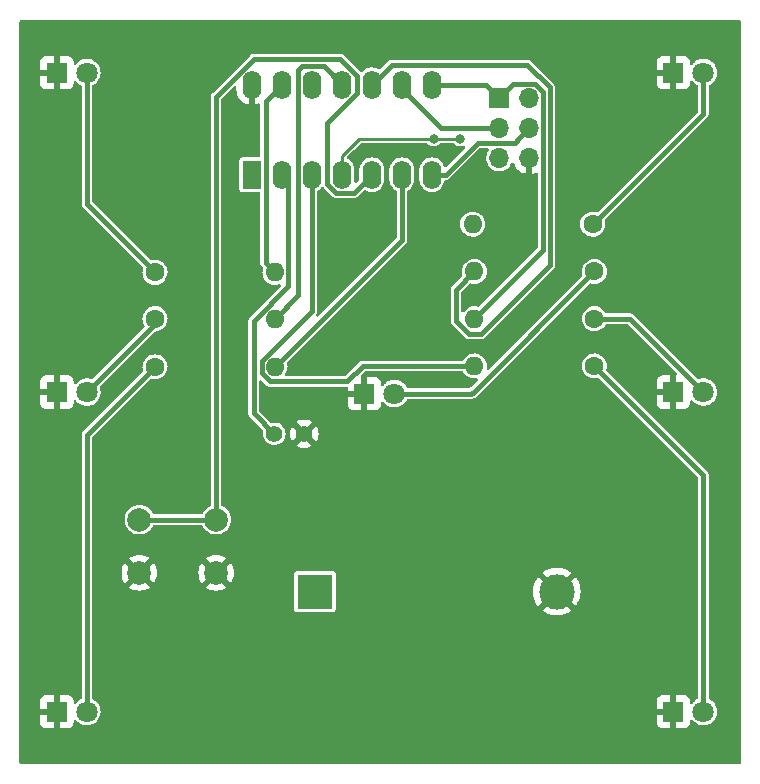
<source format=gbr>
G04 #@! TF.GenerationSoftware,KiCad,Pcbnew,(6.0.1-0)*
G04 #@! TF.CreationDate,2022-09-12T10:47:36+02:00*
G04 #@! TF.ProjectId,avrCubeRev2,61767243-7562-4655-9265-76322e6b6963,rev?*
G04 #@! TF.SameCoordinates,Original*
G04 #@! TF.FileFunction,Copper,L1,Top*
G04 #@! TF.FilePolarity,Positive*
%FSLAX46Y46*%
G04 Gerber Fmt 4.6, Leading zero omitted, Abs format (unit mm)*
G04 Created by KiCad (PCBNEW (6.0.1-0)) date 2022-09-12 10:47:36*
%MOMM*%
%LPD*%
G01*
G04 APERTURE LIST*
G04 #@! TA.AperFunction,ComponentPad*
%ADD10C,1.400000*%
G04 #@! TD*
G04 #@! TA.AperFunction,ComponentPad*
%ADD11R,1.800000X1.800000*%
G04 #@! TD*
G04 #@! TA.AperFunction,ComponentPad*
%ADD12C,1.800000*%
G04 #@! TD*
G04 #@! TA.AperFunction,ComponentPad*
%ADD13C,1.600000*%
G04 #@! TD*
G04 #@! TA.AperFunction,ComponentPad*
%ADD14O,1.600000X1.600000*%
G04 #@! TD*
G04 #@! TA.AperFunction,ComponentPad*
%ADD15C,2.000000*%
G04 #@! TD*
G04 #@! TA.AperFunction,ComponentPad*
%ADD16R,1.700000X1.700000*%
G04 #@! TD*
G04 #@! TA.AperFunction,ComponentPad*
%ADD17O,1.700000X1.700000*%
G04 #@! TD*
G04 #@! TA.AperFunction,ComponentPad*
%ADD18R,1.600000X2.400000*%
G04 #@! TD*
G04 #@! TA.AperFunction,ComponentPad*
%ADD19O,1.600000X2.400000*%
G04 #@! TD*
G04 #@! TA.AperFunction,ComponentPad*
%ADD20R,3.000000X3.000000*%
G04 #@! TD*
G04 #@! TA.AperFunction,ComponentPad*
%ADD21C,3.000000*%
G04 #@! TD*
G04 #@! TA.AperFunction,ViaPad*
%ADD22C,0.800000*%
G04 #@! TD*
G04 #@! TA.AperFunction,Conductor*
%ADD23C,0.215900*%
G04 #@! TD*
G04 #@! TA.AperFunction,Conductor*
%ADD24C,0.381000*%
G04 #@! TD*
G04 APERTURE END LIST*
D10*
X74540000Y-96250000D03*
X72000000Y-96250000D03*
D11*
X53594000Y-65659000D03*
D12*
X56134000Y-65659000D03*
D11*
X105791000Y-65659000D03*
D12*
X108331000Y-65659000D03*
D11*
X105791000Y-92710000D03*
D12*
X108331000Y-92710000D03*
D11*
X105791000Y-119761000D03*
D12*
X108331000Y-119761000D03*
D13*
X61900000Y-82572000D03*
D14*
X72060000Y-82572000D03*
D13*
X98958000Y-78500000D03*
D14*
X88798000Y-78500000D03*
D13*
X61900000Y-86500000D03*
D14*
X72060000Y-86500000D03*
X88940000Y-86500000D03*
D13*
X99100000Y-86500000D03*
X61900000Y-90572000D03*
D14*
X72060000Y-90572000D03*
X88940000Y-90500000D03*
D13*
X99100000Y-90500000D03*
D15*
X67079000Y-103505000D03*
X60579000Y-103505000D03*
X60579000Y-108005000D03*
X67079000Y-108005000D03*
D16*
X91059000Y-67818000D03*
D17*
X93599000Y-67818000D03*
X91059000Y-70358000D03*
X93599000Y-70358000D03*
X91059000Y-72898000D03*
X93599000Y-72898000D03*
D18*
X70104000Y-74295000D03*
D19*
X72644000Y-74295000D03*
X75184000Y-74295000D03*
X77724000Y-74295000D03*
X80264000Y-74295000D03*
X82804000Y-74295000D03*
X85344000Y-74295000D03*
X85344000Y-66675000D03*
X82804000Y-66675000D03*
X80264000Y-66675000D03*
X77724000Y-66675000D03*
X75184000Y-66675000D03*
X72644000Y-66675000D03*
X70104000Y-66675000D03*
D11*
X53594000Y-119761000D03*
D12*
X56134000Y-119761000D03*
D20*
X75438000Y-109601000D03*
D21*
X95928000Y-109601000D03*
D14*
X88940000Y-82500000D03*
D13*
X99100000Y-82500000D03*
D11*
X79629000Y-92837000D03*
D12*
X82169000Y-92837000D03*
D11*
X53594000Y-92710000D03*
D12*
X56134000Y-92710000D03*
D22*
X85500000Y-71250000D03*
X87750000Y-71250000D03*
D23*
X85500000Y-71250000D02*
X87750000Y-71250000D01*
X79188000Y-71250000D02*
X85500000Y-71250000D01*
D24*
X72644000Y-74295000D02*
X73200011Y-74851011D01*
X73200011Y-74851011D02*
X73200011Y-83747769D01*
X73200011Y-83747769D02*
X70250000Y-86697780D01*
X70250000Y-86697780D02*
X70250000Y-94500000D01*
X70250000Y-94500000D02*
X72000000Y-96250000D01*
X75184000Y-74295000D02*
X75184000Y-85835780D01*
X70919989Y-91119989D02*
X71600000Y-91800000D01*
X78185978Y-91800000D02*
X79485978Y-90500000D01*
X75184000Y-85835780D02*
X70919989Y-90099791D01*
X70919989Y-90099791D02*
X70919989Y-91119989D01*
X71600000Y-91800000D02*
X78185978Y-91800000D01*
X79485978Y-90500000D02*
X88940000Y-90500000D01*
X82804000Y-74295000D02*
X82804000Y-79828000D01*
X82804000Y-79828000D02*
X72060000Y-90572000D01*
X56134000Y-92710000D02*
X61900000Y-86944000D01*
X56134000Y-119761000D02*
X56134000Y-96338000D01*
X56134000Y-96338000D02*
X61900000Y-90572000D01*
D23*
X61900000Y-86944000D02*
X61900000Y-86500000D01*
D24*
X56134000Y-65659000D02*
X56134000Y-76806000D01*
X56134000Y-76806000D02*
X61900000Y-82572000D01*
X72644000Y-66675000D02*
X71260001Y-68058999D01*
X71260001Y-81772001D02*
X72060000Y-82572000D01*
X71260001Y-68058999D02*
X71260001Y-81772001D01*
X77724000Y-66675000D02*
X76183980Y-65134980D01*
X76183980Y-65134980D02*
X74365020Y-65134980D01*
X74365020Y-65134980D02*
X74043980Y-65456020D01*
X74043980Y-84516020D02*
X72060000Y-86500000D01*
X74043980Y-65456020D02*
X74043980Y-84516020D01*
X108331000Y-119761000D02*
X108331000Y-99731000D01*
X108331000Y-99731000D02*
X99100000Y-90500000D01*
X99100000Y-86500000D02*
X102121000Y-86500000D01*
X102121000Y-86500000D02*
X108331000Y-92710000D01*
X108331000Y-65659000D02*
X108331000Y-69127000D01*
X108331000Y-69127000D02*
X98958000Y-78500000D01*
X88850000Y-92750000D02*
X88750000Y-92750000D01*
X99100000Y-82500000D02*
X88850000Y-92750000D01*
X88750000Y-92750000D02*
X88663000Y-92837000D01*
X88663000Y-92837000D02*
X82169000Y-92837000D01*
X80264000Y-66675000D02*
X81939000Y-65000000D01*
X81939000Y-65000000D02*
X93400000Y-65000000D01*
X93400000Y-65000000D02*
X95319531Y-66919531D01*
X95319531Y-66919531D02*
X95319531Y-81980469D01*
X95319531Y-81980469D02*
X89500000Y-87800000D01*
X89500000Y-87800000D02*
X88500000Y-87800000D01*
X88500000Y-87800000D02*
X87400000Y-86700000D01*
X87400000Y-86700000D02*
X87400000Y-84040000D01*
X87400000Y-84040000D02*
X88940000Y-82500000D01*
X91059000Y-67818000D02*
X92249011Y-66627989D01*
X94091920Y-66627989D02*
X94789011Y-67325080D01*
X92249011Y-66627989D02*
X94091920Y-66627989D01*
X94789011Y-67325080D02*
X94789011Y-80650989D01*
X94789011Y-80650989D02*
X88940000Y-86500000D01*
X80264000Y-74295000D02*
X78723980Y-75835020D01*
X77251789Y-75835020D02*
X76500000Y-75083231D01*
X76500000Y-75083231D02*
X76500000Y-69911231D01*
X78723980Y-75835020D02*
X77251789Y-75835020D01*
X76500000Y-69911231D02*
X79000000Y-67411231D01*
X79000000Y-65938769D02*
X77561231Y-64500000D01*
X79000000Y-67411231D02*
X79000000Y-65938769D01*
X77561231Y-64500000D02*
X70266769Y-64500000D01*
X70266769Y-64500000D02*
X67079000Y-67687769D01*
X67079000Y-67687769D02*
X67079000Y-103505000D01*
X108204000Y-65659000D02*
X108331000Y-65659000D01*
X89916000Y-66675000D02*
X91059000Y-67818000D01*
X85344000Y-66675000D02*
X89916000Y-66675000D01*
X60579000Y-103505000D02*
X67079000Y-103505000D01*
X82804000Y-66675000D02*
X82804000Y-67075000D01*
X82804000Y-67075000D02*
X86087000Y-70358000D01*
X86087000Y-70358000D02*
X89856919Y-70358000D01*
X89856919Y-70358000D02*
X91059000Y-70358000D01*
X92749001Y-71207999D02*
X93599000Y-70358000D01*
X89221499Y-71598501D02*
X92358499Y-71598501D01*
X86525000Y-74295000D02*
X89221499Y-71598501D01*
X92358499Y-71598501D02*
X92749001Y-71207999D01*
X85344000Y-74295000D02*
X86525000Y-74295000D01*
D23*
X77724000Y-72714000D02*
X79188000Y-71250000D01*
X77724000Y-74295000D02*
X77724000Y-72714000D01*
G04 #@! TA.AperFunction,Conductor*
G36*
X111448121Y-61234002D02*
G01*
X111494614Y-61287658D01*
X111506000Y-61340000D01*
X111506000Y-124080000D01*
X111485998Y-124148121D01*
X111432342Y-124194614D01*
X111380000Y-124206000D01*
X50545000Y-124206000D01*
X50476879Y-124185998D01*
X50430386Y-124132342D01*
X50419000Y-124080000D01*
X50419000Y-120705669D01*
X52186001Y-120705669D01*
X52186371Y-120712490D01*
X52191895Y-120763352D01*
X52195521Y-120778604D01*
X52240676Y-120899054D01*
X52249214Y-120914649D01*
X52325715Y-121016724D01*
X52338276Y-121029285D01*
X52440351Y-121105786D01*
X52455946Y-121114324D01*
X52576394Y-121159478D01*
X52591649Y-121163105D01*
X52642514Y-121168631D01*
X52649328Y-121169000D01*
X53321885Y-121169000D01*
X53337124Y-121164525D01*
X53338329Y-121163135D01*
X53340000Y-121155452D01*
X53340000Y-121150884D01*
X53848000Y-121150884D01*
X53852475Y-121166123D01*
X53853865Y-121167328D01*
X53861548Y-121168999D01*
X54538669Y-121168999D01*
X54545490Y-121168629D01*
X54596352Y-121163105D01*
X54611604Y-121159479D01*
X54732054Y-121114324D01*
X54747649Y-121105786D01*
X54849724Y-121029285D01*
X54862285Y-121016724D01*
X54938786Y-120914649D01*
X54947324Y-120899054D01*
X54992478Y-120778606D01*
X54996105Y-120763351D01*
X55001631Y-120712486D01*
X55002000Y-120705672D01*
X55002000Y-120556365D01*
X55022002Y-120488244D01*
X55075658Y-120441751D01*
X55145932Y-120431647D01*
X55210512Y-120461141D01*
X55230895Y-120483642D01*
X55252350Y-120514000D01*
X55404337Y-120662059D01*
X55409133Y-120665264D01*
X55409136Y-120665266D01*
X55551186Y-120760180D01*
X55580760Y-120779941D01*
X55586063Y-120782219D01*
X55586066Y-120782221D01*
X55667908Y-120817383D01*
X55775711Y-120863699D01*
X55851750Y-120880905D01*
X55977025Y-120909252D01*
X55977030Y-120909253D01*
X55982662Y-120910527D01*
X55988433Y-120910754D01*
X55988435Y-120910754D01*
X56053911Y-120913326D01*
X56194681Y-120918857D01*
X56299674Y-120903633D01*
X56398953Y-120889239D01*
X56398958Y-120889238D01*
X56404667Y-120888410D01*
X56410131Y-120886555D01*
X56410136Y-120886554D01*
X56503240Y-120854949D01*
X56605589Y-120820207D01*
X56679873Y-120778606D01*
X56785670Y-120719357D01*
X56785674Y-120719354D01*
X56790717Y-120716530D01*
X56803776Y-120705669D01*
X104383001Y-120705669D01*
X104383371Y-120712490D01*
X104388895Y-120763352D01*
X104392521Y-120778604D01*
X104437676Y-120899054D01*
X104446214Y-120914649D01*
X104522715Y-121016724D01*
X104535276Y-121029285D01*
X104637351Y-121105786D01*
X104652946Y-121114324D01*
X104773394Y-121159478D01*
X104788649Y-121163105D01*
X104839514Y-121168631D01*
X104846328Y-121169000D01*
X105518885Y-121169000D01*
X105534124Y-121164525D01*
X105535329Y-121163135D01*
X105537000Y-121155452D01*
X105537000Y-120033115D01*
X105532525Y-120017876D01*
X105531135Y-120016671D01*
X105523452Y-120015000D01*
X104401116Y-120015000D01*
X104385877Y-120019475D01*
X104384672Y-120020865D01*
X104383001Y-120028548D01*
X104383001Y-120705669D01*
X56803776Y-120705669D01*
X56953852Y-120580852D01*
X57089530Y-120417717D01*
X57092354Y-120412674D01*
X57092357Y-120412670D01*
X57190383Y-120237632D01*
X57190384Y-120237630D01*
X57193207Y-120232589D01*
X57261410Y-120031667D01*
X57262977Y-120020865D01*
X57291324Y-119825355D01*
X57291857Y-119821681D01*
X57293446Y-119761000D01*
X57274031Y-119549708D01*
X57256877Y-119488885D01*
X104383000Y-119488885D01*
X104387475Y-119504124D01*
X104388865Y-119505329D01*
X104396548Y-119507000D01*
X105518885Y-119507000D01*
X105534124Y-119502525D01*
X105535329Y-119501135D01*
X105537000Y-119493452D01*
X105537000Y-118371116D01*
X105532525Y-118355877D01*
X105531135Y-118354672D01*
X105523452Y-118353001D01*
X104846331Y-118353001D01*
X104839510Y-118353371D01*
X104788648Y-118358895D01*
X104773396Y-118362521D01*
X104652946Y-118407676D01*
X104637351Y-118416214D01*
X104535276Y-118492715D01*
X104522715Y-118505276D01*
X104446214Y-118607351D01*
X104437676Y-118622946D01*
X104392522Y-118743394D01*
X104388895Y-118758649D01*
X104383369Y-118809514D01*
X104383000Y-118816328D01*
X104383000Y-119488885D01*
X57256877Y-119488885D01*
X57216436Y-119345492D01*
X57122590Y-119155191D01*
X56995636Y-118985179D01*
X56991400Y-118981263D01*
X56844066Y-118845069D01*
X56844063Y-118845067D01*
X56839826Y-118841150D01*
X56660377Y-118727926D01*
X56655013Y-118725786D01*
X56649865Y-118723163D01*
X56650841Y-118721247D01*
X56602440Y-118683265D01*
X56579000Y-118610071D01*
X56579000Y-109237670D01*
X59711160Y-109237670D01*
X59716887Y-109245320D01*
X59888042Y-109350205D01*
X59896837Y-109354687D01*
X60106988Y-109441734D01*
X60116373Y-109444783D01*
X60337554Y-109497885D01*
X60347301Y-109499428D01*
X60574070Y-109517275D01*
X60583930Y-109517275D01*
X60810699Y-109499428D01*
X60820446Y-109497885D01*
X61041627Y-109444783D01*
X61051012Y-109441734D01*
X61261163Y-109354687D01*
X61269958Y-109350205D01*
X61437445Y-109247568D01*
X61446400Y-109237670D01*
X66211160Y-109237670D01*
X66216887Y-109245320D01*
X66388042Y-109350205D01*
X66396837Y-109354687D01*
X66606988Y-109441734D01*
X66616373Y-109444783D01*
X66837554Y-109497885D01*
X66847301Y-109499428D01*
X67074070Y-109517275D01*
X67083930Y-109517275D01*
X67310699Y-109499428D01*
X67320446Y-109497885D01*
X67541627Y-109444783D01*
X67551012Y-109441734D01*
X67761163Y-109354687D01*
X67769958Y-109350205D01*
X67937445Y-109247568D01*
X67946907Y-109237110D01*
X67943124Y-109228334D01*
X67091812Y-108377022D01*
X67077868Y-108369408D01*
X67076035Y-108369539D01*
X67069420Y-108373790D01*
X66217920Y-109225290D01*
X66211160Y-109237670D01*
X61446400Y-109237670D01*
X61446907Y-109237110D01*
X61443124Y-109228334D01*
X60591812Y-108377022D01*
X60577868Y-108369408D01*
X60576035Y-108369539D01*
X60569420Y-108373790D01*
X59717920Y-109225290D01*
X59711160Y-109237670D01*
X56579000Y-109237670D01*
X56579000Y-108009930D01*
X59066725Y-108009930D01*
X59084572Y-108236699D01*
X59086115Y-108246446D01*
X59139217Y-108467627D01*
X59142266Y-108477012D01*
X59229313Y-108687163D01*
X59233795Y-108695958D01*
X59336432Y-108863445D01*
X59346890Y-108872907D01*
X59355666Y-108869124D01*
X60206978Y-108017812D01*
X60213356Y-108006132D01*
X60943408Y-108006132D01*
X60943539Y-108007965D01*
X60947790Y-108014580D01*
X61799290Y-108866080D01*
X61811670Y-108872840D01*
X61819320Y-108867113D01*
X61924205Y-108695958D01*
X61928687Y-108687163D01*
X62015734Y-108477012D01*
X62018783Y-108467627D01*
X62071885Y-108246446D01*
X62073428Y-108236699D01*
X62091275Y-108009930D01*
X65566725Y-108009930D01*
X65584572Y-108236699D01*
X65586115Y-108246446D01*
X65639217Y-108467627D01*
X65642266Y-108477012D01*
X65729313Y-108687163D01*
X65733795Y-108695958D01*
X65836432Y-108863445D01*
X65846890Y-108872907D01*
X65855666Y-108869124D01*
X66706978Y-108017812D01*
X66713356Y-108006132D01*
X67443408Y-108006132D01*
X67443539Y-108007965D01*
X67447790Y-108014580D01*
X68299290Y-108866080D01*
X68311670Y-108872840D01*
X68319320Y-108867113D01*
X68424205Y-108695958D01*
X68428687Y-108687163D01*
X68515734Y-108477012D01*
X68518783Y-108467627D01*
X68571885Y-108246446D01*
X68573428Y-108236699D01*
X68586080Y-108075933D01*
X73683500Y-108075933D01*
X73683501Y-111126066D01*
X73698266Y-111200301D01*
X73705161Y-111210620D01*
X73705162Y-111210622D01*
X73740167Y-111263009D01*
X73754516Y-111284484D01*
X73838699Y-111340734D01*
X73912933Y-111355500D01*
X75437753Y-111355500D01*
X76963066Y-111355499D01*
X76998818Y-111348388D01*
X77025126Y-111343156D01*
X77025128Y-111343155D01*
X77037301Y-111340734D01*
X77047621Y-111333839D01*
X77047622Y-111333838D01*
X77111168Y-111291377D01*
X77121484Y-111284484D01*
X77177734Y-111200301D01*
X77179653Y-111190654D01*
X94703618Y-111190654D01*
X94710673Y-111200627D01*
X94741679Y-111226551D01*
X94748598Y-111231579D01*
X94973272Y-111372515D01*
X94980807Y-111376556D01*
X95222520Y-111485694D01*
X95230551Y-111488680D01*
X95484832Y-111564002D01*
X95493184Y-111565869D01*
X95755340Y-111605984D01*
X95763874Y-111606700D01*
X96029045Y-111610867D01*
X96037596Y-111610418D01*
X96300883Y-111578557D01*
X96309284Y-111576955D01*
X96565824Y-111509653D01*
X96573926Y-111506926D01*
X96818949Y-111405434D01*
X96826617Y-111401628D01*
X97055598Y-111267822D01*
X97062679Y-111263009D01*
X97142655Y-111200301D01*
X97151125Y-111188442D01*
X97144608Y-111176818D01*
X95940812Y-109973022D01*
X95926868Y-109965408D01*
X95925035Y-109965539D01*
X95918420Y-109969790D01*
X94710910Y-111177300D01*
X94703618Y-111190654D01*
X77179653Y-111190654D01*
X77192500Y-111126067D01*
X77192499Y-109584204D01*
X93915665Y-109584204D01*
X93930932Y-109848969D01*
X93932005Y-109857470D01*
X93983065Y-110117722D01*
X93985276Y-110125974D01*
X94071184Y-110376894D01*
X94074499Y-110384779D01*
X94193664Y-110621713D01*
X94198020Y-110629079D01*
X94327347Y-110817250D01*
X94337601Y-110825594D01*
X94351342Y-110818448D01*
X95555978Y-109613812D01*
X95562356Y-109602132D01*
X96292408Y-109602132D01*
X96292539Y-109603965D01*
X96296790Y-109610580D01*
X97503730Y-110817520D01*
X97515939Y-110824187D01*
X97527439Y-110815497D01*
X97624831Y-110682913D01*
X97629418Y-110675685D01*
X97755962Y-110442621D01*
X97759530Y-110434827D01*
X97853271Y-110186750D01*
X97855748Y-110178544D01*
X97914954Y-109920038D01*
X97916294Y-109911577D01*
X97940031Y-109645616D01*
X97940277Y-109640677D01*
X97940666Y-109603485D01*
X97940523Y-109598519D01*
X97922362Y-109332123D01*
X97921201Y-109323649D01*
X97867419Y-109063944D01*
X97865120Y-109055709D01*
X97776588Y-108805705D01*
X97773191Y-108797854D01*
X97651550Y-108562178D01*
X97647122Y-108554866D01*
X97528031Y-108385417D01*
X97517509Y-108377037D01*
X97504121Y-108384089D01*
X96300022Y-109588188D01*
X96292408Y-109602132D01*
X95562356Y-109602132D01*
X95563592Y-109599868D01*
X95563461Y-109598035D01*
X95559210Y-109591420D01*
X94351814Y-108384024D01*
X94339804Y-108377466D01*
X94328064Y-108386434D01*
X94219935Y-108536911D01*
X94215418Y-108544196D01*
X94091325Y-108778567D01*
X94087839Y-108786395D01*
X93996700Y-109035446D01*
X93994311Y-109043670D01*
X93937812Y-109302795D01*
X93936563Y-109311250D01*
X93915754Y-109575653D01*
X93915665Y-109584204D01*
X77192499Y-109584204D01*
X77192499Y-108075934D01*
X77185388Y-108040182D01*
X77180156Y-108013874D01*
X77180155Y-108013872D01*
X77180081Y-108013500D01*
X94704584Y-108013500D01*
X94710980Y-108024770D01*
X95915188Y-109228978D01*
X95929132Y-109236592D01*
X95930965Y-109236461D01*
X95937580Y-109232210D01*
X97144604Y-108025186D01*
X97151795Y-108012017D01*
X97144473Y-108001780D01*
X97097233Y-107963115D01*
X97090261Y-107958160D01*
X96864122Y-107819582D01*
X96856552Y-107815624D01*
X96613704Y-107709022D01*
X96605644Y-107706120D01*
X96350592Y-107633467D01*
X96342214Y-107631685D01*
X96079656Y-107594318D01*
X96071111Y-107593691D01*
X95805908Y-107592302D01*
X95797374Y-107592839D01*
X95534433Y-107627456D01*
X95526035Y-107629149D01*
X95270238Y-107699127D01*
X95262143Y-107701946D01*
X95018199Y-107805997D01*
X95010577Y-107809881D01*
X94783013Y-107946075D01*
X94775981Y-107950962D01*
X94713053Y-108001377D01*
X94704584Y-108013500D01*
X77180081Y-108013500D01*
X77177734Y-108001699D01*
X77121484Y-107917516D01*
X77037301Y-107861266D01*
X76963067Y-107846500D01*
X75438247Y-107846500D01*
X73912934Y-107846501D01*
X73877182Y-107853612D01*
X73850874Y-107858844D01*
X73850872Y-107858845D01*
X73838699Y-107861266D01*
X73828379Y-107868161D01*
X73828378Y-107868162D01*
X73767985Y-107908516D01*
X73754516Y-107917516D01*
X73698266Y-108001699D01*
X73683500Y-108075933D01*
X68586080Y-108075933D01*
X68591275Y-108009930D01*
X68591275Y-108000070D01*
X68573428Y-107773301D01*
X68571885Y-107763554D01*
X68518783Y-107542373D01*
X68515734Y-107532988D01*
X68428687Y-107322837D01*
X68424205Y-107314042D01*
X68321568Y-107146555D01*
X68311110Y-107137093D01*
X68302334Y-107140876D01*
X67451022Y-107992188D01*
X67443408Y-108006132D01*
X66713356Y-108006132D01*
X66714592Y-108003868D01*
X66714461Y-108002035D01*
X66710210Y-107995420D01*
X65858710Y-107143920D01*
X65846330Y-107137160D01*
X65838680Y-107142887D01*
X65733795Y-107314042D01*
X65729313Y-107322837D01*
X65642266Y-107532988D01*
X65639217Y-107542373D01*
X65586115Y-107763554D01*
X65584572Y-107773301D01*
X65566725Y-108000070D01*
X65566725Y-108009930D01*
X62091275Y-108009930D01*
X62091275Y-108000070D01*
X62073428Y-107773301D01*
X62071885Y-107763554D01*
X62018783Y-107542373D01*
X62015734Y-107532988D01*
X61928687Y-107322837D01*
X61924205Y-107314042D01*
X61821568Y-107146555D01*
X61811110Y-107137093D01*
X61802334Y-107140876D01*
X60951022Y-107992188D01*
X60943408Y-108006132D01*
X60213356Y-108006132D01*
X60214592Y-108003868D01*
X60214461Y-108002035D01*
X60210210Y-107995420D01*
X59358710Y-107143920D01*
X59346330Y-107137160D01*
X59338680Y-107142887D01*
X59233795Y-107314042D01*
X59229313Y-107322837D01*
X59142266Y-107532988D01*
X59139217Y-107542373D01*
X59086115Y-107763554D01*
X59084572Y-107773301D01*
X59066725Y-108000070D01*
X59066725Y-108009930D01*
X56579000Y-108009930D01*
X56579000Y-106772890D01*
X59711093Y-106772890D01*
X59714876Y-106781666D01*
X60566188Y-107632978D01*
X60580132Y-107640592D01*
X60581965Y-107640461D01*
X60588580Y-107636210D01*
X61440080Y-106784710D01*
X61446534Y-106772890D01*
X66211093Y-106772890D01*
X66214876Y-106781666D01*
X67066188Y-107632978D01*
X67080132Y-107640592D01*
X67081965Y-107640461D01*
X67088580Y-107636210D01*
X67940080Y-106784710D01*
X67946840Y-106772330D01*
X67941113Y-106764680D01*
X67769958Y-106659795D01*
X67761163Y-106655313D01*
X67551012Y-106568266D01*
X67541627Y-106565217D01*
X67320446Y-106512115D01*
X67310699Y-106510572D01*
X67083930Y-106492725D01*
X67074070Y-106492725D01*
X66847301Y-106510572D01*
X66837554Y-106512115D01*
X66616373Y-106565217D01*
X66606988Y-106568266D01*
X66396837Y-106655313D01*
X66388042Y-106659795D01*
X66220555Y-106762432D01*
X66211093Y-106772890D01*
X61446534Y-106772890D01*
X61446840Y-106772330D01*
X61441113Y-106764680D01*
X61269958Y-106659795D01*
X61261163Y-106655313D01*
X61051012Y-106568266D01*
X61041627Y-106565217D01*
X60820446Y-106512115D01*
X60810699Y-106510572D01*
X60583930Y-106492725D01*
X60574070Y-106492725D01*
X60347301Y-106510572D01*
X60337554Y-106512115D01*
X60116373Y-106565217D01*
X60106988Y-106568266D01*
X59896837Y-106655313D01*
X59888042Y-106659795D01*
X59720555Y-106762432D01*
X59711093Y-106772890D01*
X56579000Y-106772890D01*
X56579000Y-103505000D01*
X59319708Y-103505000D01*
X59338839Y-103723674D01*
X59395653Y-103935703D01*
X59411647Y-103970002D01*
X59486095Y-104129659D01*
X59486097Y-104129662D01*
X59488421Y-104134646D01*
X59614326Y-104314457D01*
X59769543Y-104469674D01*
X59774051Y-104472831D01*
X59774054Y-104472833D01*
X59944845Y-104592422D01*
X59949354Y-104595579D01*
X59954336Y-104597902D01*
X59954341Y-104597905D01*
X60055116Y-104644896D01*
X60148297Y-104688347D01*
X60360326Y-104745161D01*
X60579000Y-104764292D01*
X60797674Y-104745161D01*
X61009703Y-104688347D01*
X61102884Y-104644896D01*
X61203659Y-104597905D01*
X61203664Y-104597902D01*
X61208646Y-104595579D01*
X61213155Y-104592422D01*
X61383946Y-104472833D01*
X61383949Y-104472831D01*
X61388457Y-104469674D01*
X61543674Y-104314457D01*
X61669579Y-104134646D01*
X61721756Y-104022751D01*
X61768673Y-103969465D01*
X61835951Y-103950000D01*
X65822049Y-103950000D01*
X65890170Y-103970002D01*
X65936244Y-104022751D01*
X65988421Y-104134646D01*
X66114326Y-104314457D01*
X66269543Y-104469674D01*
X66274051Y-104472831D01*
X66274054Y-104472833D01*
X66444845Y-104592422D01*
X66449354Y-104595579D01*
X66454336Y-104597902D01*
X66454341Y-104597905D01*
X66555116Y-104644896D01*
X66648297Y-104688347D01*
X66860326Y-104745161D01*
X67079000Y-104764292D01*
X67297674Y-104745161D01*
X67509703Y-104688347D01*
X67602884Y-104644896D01*
X67703659Y-104597905D01*
X67703664Y-104597902D01*
X67708646Y-104595579D01*
X67713155Y-104592422D01*
X67883946Y-104472833D01*
X67883949Y-104472831D01*
X67888457Y-104469674D01*
X68043674Y-104314457D01*
X68169579Y-104134646D01*
X68171903Y-104129662D01*
X68171905Y-104129659D01*
X68246353Y-103970002D01*
X68262347Y-103935703D01*
X68319161Y-103723674D01*
X68338292Y-103505000D01*
X68319161Y-103286326D01*
X68262347Y-103074297D01*
X68218896Y-102981116D01*
X68171905Y-102880341D01*
X68171902Y-102880336D01*
X68169579Y-102875354D01*
X68043674Y-102695543D01*
X67888457Y-102540326D01*
X67883949Y-102537169D01*
X67883946Y-102537167D01*
X67785188Y-102468016D01*
X67708646Y-102414421D01*
X67596751Y-102362244D01*
X67543465Y-102315327D01*
X67524000Y-102248049D01*
X67524000Y-97264261D01*
X73890294Y-97264261D01*
X73899590Y-97276276D01*
X73929189Y-97297001D01*
X73938677Y-97302479D01*
X74120277Y-97387159D01*
X74130571Y-97390907D01*
X74324122Y-97442769D01*
X74334909Y-97444671D01*
X74534525Y-97462135D01*
X74545475Y-97462135D01*
X74745091Y-97444671D01*
X74755878Y-97442769D01*
X74949429Y-97390907D01*
X74959723Y-97387159D01*
X75141323Y-97302479D01*
X75150811Y-97297001D01*
X75181248Y-97275689D01*
X75189623Y-97265212D01*
X75182554Y-97251764D01*
X74552812Y-96622022D01*
X74538868Y-96614408D01*
X74537035Y-96614539D01*
X74530420Y-96618790D01*
X73896724Y-97252486D01*
X73890294Y-97264261D01*
X67524000Y-97264261D01*
X67524000Y-67924284D01*
X67544002Y-67856163D01*
X67560905Y-67835189D01*
X68580905Y-66815189D01*
X68643217Y-66781163D01*
X68714032Y-66786228D01*
X68770868Y-66828775D01*
X68795679Y-66895295D01*
X68796000Y-66904284D01*
X68796000Y-67129365D01*
X68796238Y-67134830D01*
X68810472Y-67297519D01*
X68812375Y-67308312D01*
X68868764Y-67518761D01*
X68872510Y-67529053D01*
X68964586Y-67726511D01*
X68970069Y-67736007D01*
X69095028Y-67914467D01*
X69102084Y-67922875D01*
X69256125Y-68076916D01*
X69264533Y-68083972D01*
X69442993Y-68208931D01*
X69452489Y-68214414D01*
X69649947Y-68306490D01*
X69660239Y-68310236D01*
X69832503Y-68356394D01*
X69846599Y-68356058D01*
X69850000Y-68348116D01*
X69850000Y-66547000D01*
X69870002Y-66478879D01*
X69923658Y-66432386D01*
X69976000Y-66421000D01*
X70232000Y-66421000D01*
X70300121Y-66441002D01*
X70346614Y-66494658D01*
X70358000Y-66547000D01*
X70358000Y-68342967D01*
X70361973Y-68356498D01*
X70370522Y-68357727D01*
X70547761Y-68310236D01*
X70558054Y-68306490D01*
X70635751Y-68270259D01*
X70705943Y-68259598D01*
X70770756Y-68288578D01*
X70809612Y-68347998D01*
X70815001Y-68384454D01*
X70815001Y-72714500D01*
X70794999Y-72782621D01*
X70741343Y-72829114D01*
X70689001Y-72840500D01*
X69350852Y-72840501D01*
X69278934Y-72840501D01*
X69243182Y-72847612D01*
X69216874Y-72852844D01*
X69216872Y-72852845D01*
X69204699Y-72855266D01*
X69194379Y-72862161D01*
X69194378Y-72862162D01*
X69140744Y-72898000D01*
X69120516Y-72911516D01*
X69064266Y-72995699D01*
X69049500Y-73069933D01*
X69049501Y-75520066D01*
X69055022Y-75547824D01*
X69060979Y-75577774D01*
X69064266Y-75594301D01*
X69071161Y-75604621D01*
X69071162Y-75604622D01*
X69081434Y-75619995D01*
X69120516Y-75678484D01*
X69204699Y-75734734D01*
X69278933Y-75749500D01*
X69350829Y-75749500D01*
X70689001Y-75749499D01*
X70757122Y-75769501D01*
X70803615Y-75823157D01*
X70815001Y-75875499D01*
X70815001Y-81738114D01*
X70814128Y-81752924D01*
X70810197Y-81786137D01*
X70818235Y-81830143D01*
X70820606Y-81843127D01*
X70821256Y-81847035D01*
X70829869Y-81904327D01*
X70832957Y-81910758D01*
X70834238Y-81917772D01*
X70841154Y-81931085D01*
X70860945Y-81969185D01*
X70862714Y-81972725D01*
X70887793Y-82024953D01*
X70892635Y-82030191D01*
X70895922Y-82036519D01*
X70900185Y-82041510D01*
X70936964Y-82078289D01*
X70940393Y-82081855D01*
X70978626Y-82123215D01*
X70984920Y-82126871D01*
X70990923Y-82132248D01*
X71014372Y-82155697D01*
X71048398Y-82218009D01*
X71045379Y-82282890D01*
X71039850Y-82300322D01*
X71023553Y-82351696D01*
X71022867Y-82357813D01*
X71022866Y-82357817D01*
X71003994Y-82526062D01*
X71000501Y-82557206D01*
X71001743Y-82572000D01*
X71015902Y-82740601D01*
X71017806Y-82763278D01*
X71074807Y-82962066D01*
X71077625Y-82967548D01*
X71077626Y-82967552D01*
X71166514Y-83140509D01*
X71166517Y-83140513D01*
X71169334Y-83145995D01*
X71297786Y-83308061D01*
X71302479Y-83312055D01*
X71302480Y-83312056D01*
X71402796Y-83397431D01*
X71455271Y-83442091D01*
X71635789Y-83542980D01*
X71832466Y-83606884D01*
X72037809Y-83631370D01*
X72043944Y-83630898D01*
X72043946Y-83630898D01*
X72237856Y-83615977D01*
X72237860Y-83615976D01*
X72243998Y-83615504D01*
X72418142Y-83566882D01*
X72489131Y-83567829D01*
X72548340Y-83607005D01*
X72576969Y-83671973D01*
X72565930Y-83742106D01*
X72541119Y-83777336D01*
X69959302Y-86359153D01*
X69948213Y-86369008D01*
X69921945Y-86389716D01*
X69916590Y-86397463D01*
X69916589Y-86397465D01*
X69889016Y-86437361D01*
X69886713Y-86440584D01*
X69852282Y-86487199D01*
X69849918Y-86493930D01*
X69845864Y-86499796D01*
X69836443Y-86529586D01*
X69828406Y-86554999D01*
X69827153Y-86558755D01*
X69811065Y-86604566D01*
X69811064Y-86604571D01*
X69807945Y-86613453D01*
X69807665Y-86620582D01*
X69805515Y-86627380D01*
X69805000Y-86633923D01*
X69805000Y-86685939D01*
X69804903Y-86690885D01*
X69802692Y-86747164D01*
X69804557Y-86754199D01*
X69805000Y-86762245D01*
X69805000Y-94466113D01*
X69804127Y-94480923D01*
X69800196Y-94514136D01*
X69801888Y-94523399D01*
X69810605Y-94571126D01*
X69811255Y-94575034D01*
X69819868Y-94632326D01*
X69822956Y-94638757D01*
X69824237Y-94645771D01*
X69828578Y-94654127D01*
X69850944Y-94697184D01*
X69852713Y-94700724D01*
X69877792Y-94752952D01*
X69882634Y-94758190D01*
X69885921Y-94764518D01*
X69890184Y-94769509D01*
X69926963Y-94806288D01*
X69930392Y-94809854D01*
X69968625Y-94851214D01*
X69974919Y-94854870D01*
X69980922Y-94860247D01*
X71034021Y-95913346D01*
X71068047Y-95975658D01*
X71065029Y-96040535D01*
X71063705Y-96044711D01*
X71061841Y-96050588D01*
X71040975Y-96236609D01*
X71056639Y-96423139D01*
X71058338Y-96429064D01*
X71100046Y-96574515D01*
X71108235Y-96603075D01*
X71111050Y-96608552D01*
X71111051Y-96608555D01*
X71116311Y-96618790D01*
X71193797Y-96769562D01*
X71197620Y-96774386D01*
X71197623Y-96774390D01*
X71220194Y-96802867D01*
X71310068Y-96916259D01*
X71452618Y-97037579D01*
X71457996Y-97040585D01*
X71457998Y-97040586D01*
X71492396Y-97059810D01*
X71616018Y-97128900D01*
X71794043Y-97186744D01*
X71979914Y-97208908D01*
X71986049Y-97208436D01*
X71986051Y-97208436D01*
X72160408Y-97195020D01*
X72160413Y-97195019D01*
X72166549Y-97194547D01*
X72172479Y-97192891D01*
X72172481Y-97192891D01*
X72340913Y-97145864D01*
X72340912Y-97145864D01*
X72346841Y-97144209D01*
X72377148Y-97128900D01*
X72425774Y-97104337D01*
X72513921Y-97059810D01*
X72542376Y-97037579D01*
X72656571Y-96948360D01*
X72656572Y-96948360D01*
X72661427Y-96944566D01*
X72783738Y-96802867D01*
X72876198Y-96640108D01*
X72935283Y-96462491D01*
X72958744Y-96276780D01*
X72959042Y-96255475D01*
X73327865Y-96255475D01*
X73345329Y-96455091D01*
X73347231Y-96465878D01*
X73399093Y-96659429D01*
X73402841Y-96669723D01*
X73487521Y-96851323D01*
X73492999Y-96860811D01*
X73514311Y-96891248D01*
X73524788Y-96899623D01*
X73538236Y-96892554D01*
X74167978Y-96262812D01*
X74174356Y-96251132D01*
X74904408Y-96251132D01*
X74904539Y-96252965D01*
X74908790Y-96259580D01*
X75542486Y-96893276D01*
X75554261Y-96899706D01*
X75566276Y-96890410D01*
X75587001Y-96860811D01*
X75592479Y-96851323D01*
X75677159Y-96669723D01*
X75680907Y-96659429D01*
X75732769Y-96465878D01*
X75734671Y-96455091D01*
X75752135Y-96255475D01*
X75752135Y-96244525D01*
X75734671Y-96044909D01*
X75732769Y-96034122D01*
X75680907Y-95840571D01*
X75677159Y-95830277D01*
X75592479Y-95648677D01*
X75587001Y-95639189D01*
X75565689Y-95608752D01*
X75555212Y-95600377D01*
X75541764Y-95607446D01*
X74912022Y-96237188D01*
X74904408Y-96251132D01*
X74174356Y-96251132D01*
X74175592Y-96248868D01*
X74175461Y-96247035D01*
X74171210Y-96240420D01*
X73537514Y-95606724D01*
X73525739Y-95600294D01*
X73513724Y-95609590D01*
X73492999Y-95639189D01*
X73487521Y-95648677D01*
X73402841Y-95830277D01*
X73399093Y-95840571D01*
X73347231Y-96034122D01*
X73345329Y-96044909D01*
X73327865Y-96244525D01*
X73327865Y-96255475D01*
X72959042Y-96255475D01*
X72959118Y-96250000D01*
X72940852Y-96063706D01*
X72886749Y-95884509D01*
X72883855Y-95879066D01*
X72801764Y-95724674D01*
X72801762Y-95724671D01*
X72798870Y-95719232D01*
X72794980Y-95714462D01*
X72794977Y-95714458D01*
X72684457Y-95578948D01*
X72684454Y-95578945D01*
X72680562Y-95574173D01*
X72536332Y-95454855D01*
X72371673Y-95365824D01*
X72282217Y-95338133D01*
X72198744Y-95312294D01*
X72198741Y-95312293D01*
X72192857Y-95310472D01*
X72186732Y-95309828D01*
X72186731Y-95309828D01*
X72012824Y-95291549D01*
X72012823Y-95291549D01*
X72006696Y-95290905D01*
X71930143Y-95297872D01*
X71826418Y-95307312D01*
X71826415Y-95307313D01*
X71820279Y-95307871D01*
X71814369Y-95309610D01*
X71814366Y-95309611D01*
X71789225Y-95317010D01*
X71718228Y-95317054D01*
X71664556Y-95285231D01*
X71614113Y-95234788D01*
X73890377Y-95234788D01*
X73897446Y-95248236D01*
X74527188Y-95877978D01*
X74541132Y-95885592D01*
X74542965Y-95885461D01*
X74549580Y-95881210D01*
X75183276Y-95247514D01*
X75189706Y-95235739D01*
X75180410Y-95223724D01*
X75150811Y-95202999D01*
X75141323Y-95197521D01*
X74959723Y-95112841D01*
X74949429Y-95109093D01*
X74755878Y-95057231D01*
X74745091Y-95055329D01*
X74545475Y-95037865D01*
X74534525Y-95037865D01*
X74334909Y-95055329D01*
X74324122Y-95057231D01*
X74130571Y-95109093D01*
X74120277Y-95112841D01*
X73938677Y-95197521D01*
X73929189Y-95202999D01*
X73898752Y-95224311D01*
X73890377Y-95234788D01*
X71614113Y-95234788D01*
X70731905Y-94352580D01*
X70697879Y-94290268D01*
X70695000Y-94263485D01*
X70695000Y-93781669D01*
X78221001Y-93781669D01*
X78221371Y-93788490D01*
X78226895Y-93839352D01*
X78230521Y-93854604D01*
X78275676Y-93975054D01*
X78284214Y-93990649D01*
X78360715Y-94092724D01*
X78373276Y-94105285D01*
X78475351Y-94181786D01*
X78490946Y-94190324D01*
X78611394Y-94235478D01*
X78626649Y-94239105D01*
X78677514Y-94244631D01*
X78684328Y-94245000D01*
X79356885Y-94245000D01*
X79372124Y-94240525D01*
X79373329Y-94239135D01*
X79375000Y-94231452D01*
X79375000Y-93109115D01*
X79370525Y-93093876D01*
X79369135Y-93092671D01*
X79361452Y-93091000D01*
X78239116Y-93091000D01*
X78223877Y-93095475D01*
X78222672Y-93096865D01*
X78221001Y-93104548D01*
X78221001Y-93781669D01*
X70695000Y-93781669D01*
X70695000Y-91828515D01*
X70715002Y-91760394D01*
X70768658Y-91713901D01*
X70838932Y-91703797D01*
X70903512Y-91733291D01*
X70910095Y-91739420D01*
X71261373Y-92090698D01*
X71271228Y-92101787D01*
X71291936Y-92128055D01*
X71299683Y-92133409D01*
X71299685Y-92133411D01*
X71339587Y-92160988D01*
X71342799Y-92163283D01*
X71389420Y-92197718D01*
X71396149Y-92200081D01*
X71402016Y-92204136D01*
X71457297Y-92221619D01*
X71460962Y-92222842D01*
X71515673Y-92242055D01*
X71522802Y-92242335D01*
X71529600Y-92244485D01*
X71536143Y-92245000D01*
X71588159Y-92245000D01*
X71593105Y-92245097D01*
X71649384Y-92247308D01*
X71656419Y-92245443D01*
X71664465Y-92245000D01*
X78095000Y-92245000D01*
X78163121Y-92265002D01*
X78209614Y-92318658D01*
X78221000Y-92371000D01*
X78221000Y-92564885D01*
X78225475Y-92580124D01*
X78226865Y-92581329D01*
X78234548Y-92583000D01*
X79356885Y-92583000D01*
X79372124Y-92578525D01*
X79373329Y-92577135D01*
X79375000Y-92569452D01*
X79375000Y-91447116D01*
X79369766Y-91429291D01*
X79334179Y-91373917D01*
X79334179Y-91302921D01*
X79365980Y-91249323D01*
X79633398Y-90981905D01*
X79695710Y-90947879D01*
X79722493Y-90945000D01*
X87906129Y-90945000D01*
X87974250Y-90965002D01*
X88018195Y-91013406D01*
X88046514Y-91068509D01*
X88046517Y-91068513D01*
X88049334Y-91073995D01*
X88177786Y-91236061D01*
X88182479Y-91240055D01*
X88182480Y-91240056D01*
X88329541Y-91365214D01*
X88335271Y-91370091D01*
X88515789Y-91470980D01*
X88712466Y-91534884D01*
X88917809Y-91559370D01*
X88923944Y-91558898D01*
X88923946Y-91558898D01*
X89112825Y-91544364D01*
X89182280Y-91559081D01*
X89232752Y-91609012D01*
X89248218Y-91678303D01*
X89223766Y-91744957D01*
X89211587Y-91759088D01*
X88685546Y-92285129D01*
X88633497Y-92316465D01*
X88626985Y-92318468D01*
X88617674Y-92319868D01*
X88611243Y-92322956D01*
X88604229Y-92324237D01*
X88552816Y-92350944D01*
X88549276Y-92352713D01*
X88497048Y-92377792D01*
X88495632Y-92374843D01*
X88439871Y-92392000D01*
X83315244Y-92392000D01*
X83247123Y-92371998D01*
X83202238Y-92321728D01*
X83160145Y-92236372D01*
X83157590Y-92231191D01*
X83151365Y-92222854D01*
X83034089Y-92065803D01*
X83034088Y-92065802D01*
X83030636Y-92061179D01*
X83026400Y-92057263D01*
X82879066Y-91921069D01*
X82879063Y-91921067D01*
X82874826Y-91917150D01*
X82695377Y-91803926D01*
X82498300Y-91725300D01*
X82492643Y-91724175D01*
X82492637Y-91724173D01*
X82295863Y-91685033D01*
X82295859Y-91685033D01*
X82290195Y-91683906D01*
X82284420Y-91683830D01*
X82284416Y-91683830D01*
X82177804Y-91682434D01*
X82078031Y-91681128D01*
X82072334Y-91682107D01*
X82072333Y-91682107D01*
X81887303Y-91713901D01*
X81868913Y-91717061D01*
X81669846Y-91790501D01*
X81664885Y-91793453D01*
X81664884Y-91793453D01*
X81492463Y-91896032D01*
X81492460Y-91896034D01*
X81487495Y-91898988D01*
X81483155Y-91902794D01*
X81483151Y-91902797D01*
X81377292Y-91995634D01*
X81327968Y-92038890D01*
X81324393Y-92043425D01*
X81324392Y-92043426D01*
X81261949Y-92122634D01*
X81204067Y-92163747D01*
X81133147Y-92167041D01*
X81071705Y-92131469D01*
X81039248Y-92068326D01*
X81036999Y-92044628D01*
X81036999Y-91892331D01*
X81036629Y-91885510D01*
X81031105Y-91834648D01*
X81027479Y-91819396D01*
X80982324Y-91698946D01*
X80973786Y-91683351D01*
X80897285Y-91581276D01*
X80884724Y-91568715D01*
X80782649Y-91492214D01*
X80767054Y-91483676D01*
X80646606Y-91438522D01*
X80631351Y-91434895D01*
X80580486Y-91429369D01*
X80573672Y-91429000D01*
X79901115Y-91429000D01*
X79885876Y-91433475D01*
X79884671Y-91434865D01*
X79883000Y-91442548D01*
X79883000Y-94226884D01*
X79887475Y-94242123D01*
X79888865Y-94243328D01*
X79896548Y-94244999D01*
X80573669Y-94244999D01*
X80580490Y-94244629D01*
X80631352Y-94239105D01*
X80646604Y-94235479D01*
X80767054Y-94190324D01*
X80782649Y-94181786D01*
X80884724Y-94105285D01*
X80897285Y-94092724D01*
X80973786Y-93990649D01*
X80982324Y-93975054D01*
X81027478Y-93854606D01*
X81031105Y-93839351D01*
X81036631Y-93788486D01*
X81037000Y-93781672D01*
X81037000Y-93632365D01*
X81057002Y-93564244D01*
X81110658Y-93517751D01*
X81180932Y-93507647D01*
X81245512Y-93537141D01*
X81265895Y-93559642D01*
X81287350Y-93590000D01*
X81291484Y-93594027D01*
X81432318Y-93731221D01*
X81439337Y-93738059D01*
X81444133Y-93741264D01*
X81444136Y-93741266D01*
X81547631Y-93810419D01*
X81615760Y-93855941D01*
X81621063Y-93858219D01*
X81621066Y-93858221D01*
X81702908Y-93893383D01*
X81810711Y-93939699D01*
X81886750Y-93956905D01*
X82012025Y-93985252D01*
X82012030Y-93985253D01*
X82017662Y-93986527D01*
X82023433Y-93986754D01*
X82023435Y-93986754D01*
X82088911Y-93989326D01*
X82229681Y-93994857D01*
X82334674Y-93979634D01*
X82433953Y-93965239D01*
X82433958Y-93965238D01*
X82439667Y-93964410D01*
X82445131Y-93962555D01*
X82445136Y-93962554D01*
X82538240Y-93930949D01*
X82640589Y-93896207D01*
X82645632Y-93893383D01*
X82820670Y-93795357D01*
X82820674Y-93795354D01*
X82825717Y-93792530D01*
X82988852Y-93656852D01*
X83124530Y-93493717D01*
X83207014Y-93346432D01*
X83257750Y-93296772D01*
X83316947Y-93282000D01*
X88629113Y-93282000D01*
X88643923Y-93282873D01*
X88677136Y-93286804D01*
X88734141Y-93276393D01*
X88738034Y-93275745D01*
X88754242Y-93273308D01*
X88795326Y-93267132D01*
X88801757Y-93264044D01*
X88808771Y-93262763D01*
X88860185Y-93236056D01*
X88863725Y-93234287D01*
X88907456Y-93213288D01*
X88907457Y-93213287D01*
X88915952Y-93209208D01*
X88921190Y-93204366D01*
X88927518Y-93201079D01*
X88928911Y-93199889D01*
X88964543Y-93186023D01*
X88964013Y-93184301D01*
X88973015Y-93181532D01*
X88982326Y-93180132D01*
X88988757Y-93177044D01*
X88995771Y-93175763D01*
X89047185Y-93149056D01*
X89050725Y-93147287D01*
X89094456Y-93126288D01*
X89094457Y-93126287D01*
X89102952Y-93122208D01*
X89108190Y-93117366D01*
X89114518Y-93114079D01*
X89119509Y-93109816D01*
X89156288Y-93073037D01*
X89159854Y-93069608D01*
X89194296Y-93037770D01*
X89201214Y-93031375D01*
X89204870Y-93025081D01*
X89210247Y-93019078D01*
X91744119Y-90485206D01*
X98040501Y-90485206D01*
X98057806Y-90691278D01*
X98114807Y-90890066D01*
X98117625Y-90895548D01*
X98117626Y-90895552D01*
X98206514Y-91068509D01*
X98206517Y-91068513D01*
X98209334Y-91073995D01*
X98337786Y-91236061D01*
X98342479Y-91240055D01*
X98342480Y-91240056D01*
X98489541Y-91365214D01*
X98495271Y-91370091D01*
X98675789Y-91470980D01*
X98872466Y-91534884D01*
X99077809Y-91559370D01*
X99083944Y-91558898D01*
X99083946Y-91558898D01*
X99277857Y-91543977D01*
X99277862Y-91543976D01*
X99283998Y-91543504D01*
X99314872Y-91534884D01*
X99393025Y-91513064D01*
X99464015Y-91514011D01*
X99516003Y-91545328D01*
X107849095Y-99878421D01*
X107883121Y-99940733D01*
X107886000Y-99967516D01*
X107886000Y-118610632D01*
X107865998Y-118678753D01*
X107824423Y-118718917D01*
X107654463Y-118820032D01*
X107654460Y-118820034D01*
X107649495Y-118822988D01*
X107645155Y-118826794D01*
X107645151Y-118826797D01*
X107494309Y-118959083D01*
X107489968Y-118962890D01*
X107486393Y-118967425D01*
X107486392Y-118967426D01*
X107423949Y-119046634D01*
X107366067Y-119087747D01*
X107295147Y-119091041D01*
X107233705Y-119055469D01*
X107201248Y-118992326D01*
X107198999Y-118968628D01*
X107198999Y-118816331D01*
X107198629Y-118809510D01*
X107193105Y-118758648D01*
X107189479Y-118743396D01*
X107144324Y-118622946D01*
X107135786Y-118607351D01*
X107059285Y-118505276D01*
X107046724Y-118492715D01*
X106944649Y-118416214D01*
X106929054Y-118407676D01*
X106808606Y-118362522D01*
X106793351Y-118358895D01*
X106742486Y-118353369D01*
X106735672Y-118353000D01*
X106063115Y-118353000D01*
X106047876Y-118357475D01*
X106046671Y-118358865D01*
X106045000Y-118366548D01*
X106045000Y-121150884D01*
X106049475Y-121166123D01*
X106050865Y-121167328D01*
X106058548Y-121168999D01*
X106735669Y-121168999D01*
X106742490Y-121168629D01*
X106793352Y-121163105D01*
X106808604Y-121159479D01*
X106929054Y-121114324D01*
X106944649Y-121105786D01*
X107046724Y-121029285D01*
X107059285Y-121016724D01*
X107135786Y-120914649D01*
X107144324Y-120899054D01*
X107189478Y-120778606D01*
X107193105Y-120763351D01*
X107198631Y-120712486D01*
X107199000Y-120705672D01*
X107199000Y-120556365D01*
X107219002Y-120488244D01*
X107272658Y-120441751D01*
X107342932Y-120431647D01*
X107407512Y-120461141D01*
X107427895Y-120483642D01*
X107449350Y-120514000D01*
X107601337Y-120662059D01*
X107606133Y-120665264D01*
X107606136Y-120665266D01*
X107748186Y-120760180D01*
X107777760Y-120779941D01*
X107783063Y-120782219D01*
X107783066Y-120782221D01*
X107864908Y-120817383D01*
X107972711Y-120863699D01*
X108048750Y-120880905D01*
X108174025Y-120909252D01*
X108174030Y-120909253D01*
X108179662Y-120910527D01*
X108185433Y-120910754D01*
X108185435Y-120910754D01*
X108250911Y-120913326D01*
X108391681Y-120918857D01*
X108496674Y-120903633D01*
X108595953Y-120889239D01*
X108595958Y-120889238D01*
X108601667Y-120888410D01*
X108607131Y-120886555D01*
X108607136Y-120886554D01*
X108700240Y-120854949D01*
X108802589Y-120820207D01*
X108876873Y-120778606D01*
X108982670Y-120719357D01*
X108982674Y-120719354D01*
X108987717Y-120716530D01*
X109150852Y-120580852D01*
X109286530Y-120417717D01*
X109289354Y-120412674D01*
X109289357Y-120412670D01*
X109387383Y-120237632D01*
X109387384Y-120237630D01*
X109390207Y-120232589D01*
X109458410Y-120031667D01*
X109459977Y-120020865D01*
X109488324Y-119825355D01*
X109488857Y-119821681D01*
X109490446Y-119761000D01*
X109471031Y-119549708D01*
X109413436Y-119345492D01*
X109319590Y-119155191D01*
X109192636Y-118985179D01*
X109188400Y-118981263D01*
X109041066Y-118845069D01*
X109041063Y-118845067D01*
X109036826Y-118841150D01*
X108857377Y-118727926D01*
X108852013Y-118725786D01*
X108846865Y-118723163D01*
X108847841Y-118721247D01*
X108799440Y-118683265D01*
X108776000Y-118610071D01*
X108776000Y-99764887D01*
X108776873Y-99750077D01*
X108779697Y-99726217D01*
X108780804Y-99716864D01*
X108770396Y-99659874D01*
X108769746Y-99655970D01*
X108762532Y-99607985D01*
X108762532Y-99607984D01*
X108761132Y-99598674D01*
X108758044Y-99592244D01*
X108756763Y-99585228D01*
X108752422Y-99576871D01*
X108752420Y-99576866D01*
X108730052Y-99533807D01*
X108728314Y-99530330D01*
X108703208Y-99478048D01*
X108698364Y-99472808D01*
X108695078Y-99466482D01*
X108690816Y-99461491D01*
X108654037Y-99424712D01*
X108650608Y-99421146D01*
X108618770Y-99386704D01*
X108612375Y-99379786D01*
X108606081Y-99376130D01*
X108600078Y-99370753D01*
X102883994Y-93654669D01*
X104383001Y-93654669D01*
X104383371Y-93661490D01*
X104388895Y-93712352D01*
X104392521Y-93727604D01*
X104437676Y-93848054D01*
X104446214Y-93863649D01*
X104522715Y-93965724D01*
X104535276Y-93978285D01*
X104637351Y-94054786D01*
X104652946Y-94063324D01*
X104773394Y-94108478D01*
X104788649Y-94112105D01*
X104839514Y-94117631D01*
X104846328Y-94118000D01*
X105518885Y-94118000D01*
X105534124Y-94113525D01*
X105535329Y-94112135D01*
X105537000Y-94104452D01*
X105537000Y-92982115D01*
X105532525Y-92966876D01*
X105531135Y-92965671D01*
X105523452Y-92964000D01*
X104401116Y-92964000D01*
X104385877Y-92968475D01*
X104384672Y-92969865D01*
X104383001Y-92977548D01*
X104383001Y-93654669D01*
X102883994Y-93654669D01*
X101667210Y-92437885D01*
X104383000Y-92437885D01*
X104387475Y-92453124D01*
X104388865Y-92454329D01*
X104396548Y-92456000D01*
X105518885Y-92456000D01*
X105534124Y-92451525D01*
X105535329Y-92450135D01*
X105537000Y-92442452D01*
X105537000Y-91320116D01*
X105532525Y-91304877D01*
X105531135Y-91303672D01*
X105523452Y-91302001D01*
X104846331Y-91302001D01*
X104839510Y-91302371D01*
X104788648Y-91307895D01*
X104773396Y-91311521D01*
X104652946Y-91356676D01*
X104637351Y-91365214D01*
X104535276Y-91441715D01*
X104522715Y-91454276D01*
X104446214Y-91556351D01*
X104437676Y-91571946D01*
X104392522Y-91692394D01*
X104388895Y-91707649D01*
X104383369Y-91758514D01*
X104383000Y-91765328D01*
X104383000Y-92437885D01*
X101667210Y-92437885D01*
X100146064Y-90916739D01*
X100112038Y-90854427D01*
X100115600Y-90787874D01*
X100131324Y-90740604D01*
X100131325Y-90740601D01*
X100133270Y-90734753D01*
X100159189Y-90529586D01*
X100159602Y-90500000D01*
X100139422Y-90294189D01*
X100079651Y-90096217D01*
X100018310Y-89980851D01*
X99985459Y-89919067D01*
X99985457Y-89919064D01*
X99982565Y-89913625D01*
X99978674Y-89908855D01*
X99978672Y-89908851D01*
X99855758Y-89758143D01*
X99855755Y-89758140D01*
X99851863Y-89753368D01*
X99844966Y-89747662D01*
X99697271Y-89625478D01*
X99697266Y-89625475D01*
X99692522Y-89621550D01*
X99687103Y-89618620D01*
X99687100Y-89618618D01*
X99516032Y-89526122D01*
X99516027Y-89526120D01*
X99510612Y-89523192D01*
X99313063Y-89462040D01*
X99306938Y-89461396D01*
X99306937Y-89461396D01*
X99113526Y-89441068D01*
X99113524Y-89441068D01*
X99107397Y-89440424D01*
X98981229Y-89451906D01*
X98907591Y-89458607D01*
X98907590Y-89458607D01*
X98901450Y-89459166D01*
X98703066Y-89517554D01*
X98697601Y-89520411D01*
X98525261Y-89610508D01*
X98525257Y-89610511D01*
X98519801Y-89613363D01*
X98358635Y-89742943D01*
X98225708Y-89901360D01*
X98126082Y-90082578D01*
X98063553Y-90279696D01*
X98062867Y-90285813D01*
X98062866Y-90285817D01*
X98054790Y-90357817D01*
X98040501Y-90485206D01*
X91744119Y-90485206D01*
X95744119Y-86485206D01*
X98040501Y-86485206D01*
X98041726Y-86499796D01*
X98052990Y-86633923D01*
X98057806Y-86691278D01*
X98114807Y-86890066D01*
X98117625Y-86895548D01*
X98117626Y-86895552D01*
X98206514Y-87068509D01*
X98206517Y-87068513D01*
X98209334Y-87073995D01*
X98337786Y-87236061D01*
X98495271Y-87370091D01*
X98675789Y-87470980D01*
X98872466Y-87534884D01*
X99077809Y-87559370D01*
X99083944Y-87558898D01*
X99083946Y-87558898D01*
X99277856Y-87543977D01*
X99277860Y-87543976D01*
X99283998Y-87543504D01*
X99483178Y-87487892D01*
X99488682Y-87485112D01*
X99488684Y-87485111D01*
X99662262Y-87397431D01*
X99662264Y-87397430D01*
X99667763Y-87394652D01*
X99830722Y-87267334D01*
X99834748Y-87262670D01*
X99834751Y-87262667D01*
X99961819Y-87115457D01*
X99961820Y-87115455D01*
X99965848Y-87110789D01*
X100023808Y-87008762D01*
X100074846Y-86959412D01*
X100133363Y-86945000D01*
X101884485Y-86945000D01*
X101952606Y-86965002D01*
X101973580Y-86981905D01*
X106091181Y-91099506D01*
X106125207Y-91161818D01*
X106120142Y-91232633D01*
X106077595Y-91289469D01*
X106051135Y-91302714D01*
X106046671Y-91307865D01*
X106045000Y-91315548D01*
X106045000Y-94099884D01*
X106049475Y-94115123D01*
X106050865Y-94116328D01*
X106058548Y-94117999D01*
X106735669Y-94117999D01*
X106742490Y-94117629D01*
X106793352Y-94112105D01*
X106808604Y-94108479D01*
X106929054Y-94063324D01*
X106944649Y-94054786D01*
X107046724Y-93978285D01*
X107059285Y-93965724D01*
X107135786Y-93863649D01*
X107144324Y-93848054D01*
X107189478Y-93727606D01*
X107193105Y-93712351D01*
X107198631Y-93661486D01*
X107199000Y-93654672D01*
X107199000Y-93505365D01*
X107219002Y-93437244D01*
X107272658Y-93390751D01*
X107342932Y-93380647D01*
X107407512Y-93410141D01*
X107427895Y-93432642D01*
X107449350Y-93463000D01*
X107601337Y-93611059D01*
X107606133Y-93614264D01*
X107606136Y-93614266D01*
X107748186Y-93709180D01*
X107777760Y-93728941D01*
X107783063Y-93731219D01*
X107783066Y-93731221D01*
X107967404Y-93810419D01*
X107972711Y-93812699D01*
X108048750Y-93829905D01*
X108174025Y-93858252D01*
X108174030Y-93858253D01*
X108179662Y-93859527D01*
X108185433Y-93859754D01*
X108185435Y-93859754D01*
X108250911Y-93862326D01*
X108391681Y-93867857D01*
X108496674Y-93852634D01*
X108595953Y-93838239D01*
X108595958Y-93838238D01*
X108601667Y-93837410D01*
X108607131Y-93835555D01*
X108607136Y-93835554D01*
X108700240Y-93803949D01*
X108802589Y-93769207D01*
X108807632Y-93766383D01*
X108982670Y-93668357D01*
X108982674Y-93668354D01*
X108987717Y-93665530D01*
X109150852Y-93529852D01*
X109286530Y-93366717D01*
X109289354Y-93361674D01*
X109289357Y-93361670D01*
X109387383Y-93186632D01*
X109387384Y-93186630D01*
X109390207Y-93181589D01*
X109428219Y-93069608D01*
X109456554Y-92986136D01*
X109456555Y-92986131D01*
X109458410Y-92980667D01*
X109459977Y-92969865D01*
X109488324Y-92774355D01*
X109488857Y-92770681D01*
X109490446Y-92710000D01*
X109471031Y-92498708D01*
X109436098Y-92374843D01*
X109415004Y-92300051D01*
X109415003Y-92300049D01*
X109413436Y-92294492D01*
X109398894Y-92265002D01*
X109322145Y-92109372D01*
X109319590Y-92104191D01*
X109313442Y-92095957D01*
X109196089Y-91938803D01*
X109196088Y-91938802D01*
X109192636Y-91934179D01*
X109178454Y-91921069D01*
X109041066Y-91794069D01*
X109041063Y-91794067D01*
X109036826Y-91790150D01*
X108857377Y-91676926D01*
X108660300Y-91598300D01*
X108654643Y-91597175D01*
X108654637Y-91597173D01*
X108457863Y-91558033D01*
X108457859Y-91558033D01*
X108452195Y-91556906D01*
X108446420Y-91556830D01*
X108446416Y-91556830D01*
X108339804Y-91555434D01*
X108240031Y-91554128D01*
X108234334Y-91555107D01*
X108234333Y-91555107D01*
X108036610Y-91589082D01*
X108030913Y-91590061D01*
X107967404Y-91613491D01*
X107896573Y-91618303D01*
X107834699Y-91584374D01*
X102459627Y-86209302D01*
X102449772Y-86198213D01*
X102434895Y-86179342D01*
X102429064Y-86171945D01*
X102421317Y-86166590D01*
X102421315Y-86166589D01*
X102381419Y-86139016D01*
X102378196Y-86136713D01*
X102339160Y-86107880D01*
X102331581Y-86102282D01*
X102324850Y-86099918D01*
X102318984Y-86095864D01*
X102263766Y-86078401D01*
X102260025Y-86077153D01*
X102214214Y-86061065D01*
X102214209Y-86061064D01*
X102205327Y-86057945D01*
X102198198Y-86057665D01*
X102191400Y-86055515D01*
X102184857Y-86055000D01*
X102132841Y-86055000D01*
X102127895Y-86054903D01*
X102127633Y-86054893D01*
X102071616Y-86052692D01*
X102064581Y-86054557D01*
X102056535Y-86055000D01*
X100133444Y-86055000D01*
X100065323Y-86034998D01*
X100022193Y-85988154D01*
X99985461Y-85919071D01*
X99985460Y-85919069D01*
X99982565Y-85913625D01*
X99904744Y-85818207D01*
X99855758Y-85758143D01*
X99855755Y-85758140D01*
X99851863Y-85753368D01*
X99844966Y-85747662D01*
X99697271Y-85625478D01*
X99697266Y-85625475D01*
X99692522Y-85621550D01*
X99687103Y-85618620D01*
X99687100Y-85618618D01*
X99516032Y-85526122D01*
X99516027Y-85526120D01*
X99510612Y-85523192D01*
X99313063Y-85462040D01*
X99306938Y-85461396D01*
X99306937Y-85461396D01*
X99113526Y-85441068D01*
X99113524Y-85441068D01*
X99107397Y-85440424D01*
X98981229Y-85451906D01*
X98907591Y-85458607D01*
X98907590Y-85458607D01*
X98901450Y-85459166D01*
X98703066Y-85517554D01*
X98697601Y-85520411D01*
X98525261Y-85610508D01*
X98525257Y-85610511D01*
X98519801Y-85613363D01*
X98358635Y-85742943D01*
X98225708Y-85901360D01*
X98126082Y-86082578D01*
X98063553Y-86279696D01*
X98062867Y-86285813D01*
X98062866Y-86285817D01*
X98054640Y-86359153D01*
X98040501Y-86485206D01*
X95744119Y-86485206D01*
X98683501Y-83545824D01*
X98745813Y-83511798D01*
X98811530Y-83515085D01*
X98872466Y-83534884D01*
X99077809Y-83559370D01*
X99083944Y-83558898D01*
X99083946Y-83558898D01*
X99277856Y-83543977D01*
X99277860Y-83543976D01*
X99283998Y-83543504D01*
X99483178Y-83487892D01*
X99488682Y-83485112D01*
X99488684Y-83485111D01*
X99662262Y-83397431D01*
X99662264Y-83397430D01*
X99667763Y-83394652D01*
X99830722Y-83267334D01*
X99834748Y-83262670D01*
X99834751Y-83262667D01*
X99961819Y-83115457D01*
X99961820Y-83115455D01*
X99965848Y-83110789D01*
X100050335Y-82962066D01*
X100064950Y-82936340D01*
X100064952Y-82936336D01*
X100067995Y-82930979D01*
X100111355Y-82800634D01*
X100131325Y-82740601D01*
X100131326Y-82740598D01*
X100133270Y-82734753D01*
X100159189Y-82529586D01*
X100159602Y-82500000D01*
X100139422Y-82294189D01*
X100079651Y-82096217D01*
X99989213Y-81926128D01*
X99985459Y-81919067D01*
X99985457Y-81919064D01*
X99982565Y-81913625D01*
X99978674Y-81908855D01*
X99978672Y-81908851D01*
X99855758Y-81758143D01*
X99855755Y-81758140D01*
X99851863Y-81753368D01*
X99844966Y-81747662D01*
X99697271Y-81625478D01*
X99697266Y-81625475D01*
X99692522Y-81621550D01*
X99687103Y-81618620D01*
X99687100Y-81618618D01*
X99516032Y-81526122D01*
X99516027Y-81526120D01*
X99510612Y-81523192D01*
X99313063Y-81462040D01*
X99306938Y-81461396D01*
X99306937Y-81461396D01*
X99113526Y-81441068D01*
X99113524Y-81441068D01*
X99107397Y-81440424D01*
X98981229Y-81451906D01*
X98907591Y-81458607D01*
X98907590Y-81458607D01*
X98901450Y-81459166D01*
X98703066Y-81517554D01*
X98697601Y-81520411D01*
X98525261Y-81610508D01*
X98525257Y-81610511D01*
X98519801Y-81613363D01*
X98358635Y-81742943D01*
X98225708Y-81901360D01*
X98126082Y-82082578D01*
X98063553Y-82279696D01*
X98062867Y-82285813D01*
X98062866Y-82285817D01*
X98054790Y-82357817D01*
X98040501Y-82485206D01*
X98057806Y-82691278D01*
X98080151Y-82769203D01*
X98086729Y-82792145D01*
X98086278Y-82863140D01*
X98054705Y-82915970D01*
X90195517Y-90775158D01*
X90133205Y-90809184D01*
X90062390Y-90804119D01*
X90005554Y-90761572D01*
X89980743Y-90695052D01*
X89981416Y-90670271D01*
X89993388Y-90575505D01*
X89999189Y-90529586D01*
X89999602Y-90500000D01*
X89979422Y-90294189D01*
X89919651Y-90096217D01*
X89858310Y-89980851D01*
X89825459Y-89919067D01*
X89825457Y-89919064D01*
X89822565Y-89913625D01*
X89818674Y-89908855D01*
X89818672Y-89908851D01*
X89695758Y-89758143D01*
X89695755Y-89758140D01*
X89691863Y-89753368D01*
X89684966Y-89747662D01*
X89537271Y-89625478D01*
X89537266Y-89625475D01*
X89532522Y-89621550D01*
X89527103Y-89618620D01*
X89527100Y-89618618D01*
X89356032Y-89526122D01*
X89356027Y-89526120D01*
X89350612Y-89523192D01*
X89153063Y-89462040D01*
X89146938Y-89461396D01*
X89146937Y-89461396D01*
X88953526Y-89441068D01*
X88953524Y-89441068D01*
X88947397Y-89440424D01*
X88821229Y-89451906D01*
X88747591Y-89458607D01*
X88747590Y-89458607D01*
X88741450Y-89459166D01*
X88543066Y-89517554D01*
X88537601Y-89520411D01*
X88365261Y-89610508D01*
X88365257Y-89610511D01*
X88359801Y-89613363D01*
X88198635Y-89742943D01*
X88065708Y-89901360D01*
X88017140Y-89989704D01*
X87966797Y-90039760D01*
X87906728Y-90055000D01*
X79519865Y-90055000D01*
X79505055Y-90054127D01*
X79471842Y-90050196D01*
X79414837Y-90060607D01*
X79410944Y-90061255D01*
X79394736Y-90063692D01*
X79353652Y-90069868D01*
X79347221Y-90072956D01*
X79340207Y-90074237D01*
X79312844Y-90088451D01*
X79288794Y-90100944D01*
X79285253Y-90102713D01*
X79241522Y-90123712D01*
X79241521Y-90123713D01*
X79233026Y-90127792D01*
X79227788Y-90132634D01*
X79221460Y-90135921D01*
X79216469Y-90140184D01*
X79179690Y-90176963D01*
X79176124Y-90180392D01*
X79134764Y-90218625D01*
X79131108Y-90224919D01*
X79125731Y-90230922D01*
X78038558Y-91318095D01*
X77976246Y-91352121D01*
X77949463Y-91355000D01*
X73044508Y-91355000D01*
X72976387Y-91334998D01*
X72929894Y-91281342D01*
X72919790Y-91211068D01*
X72934952Y-91166763D01*
X73024950Y-91008340D01*
X73024952Y-91008336D01*
X73027995Y-91002979D01*
X73067527Y-90884140D01*
X73091325Y-90812601D01*
X73091326Y-90812598D01*
X73093270Y-90806753D01*
X73119189Y-90601586D01*
X73119602Y-90572000D01*
X73099422Y-90366189D01*
X73073843Y-90281466D01*
X73073302Y-90210474D01*
X73105370Y-90155955D01*
X83094698Y-80166627D01*
X83105787Y-80156772D01*
X83124658Y-80141895D01*
X83132055Y-80136064D01*
X83164995Y-80088403D01*
X83167290Y-80085191D01*
X83196121Y-80046157D01*
X83201718Y-80038580D01*
X83204081Y-80031851D01*
X83208136Y-80025984D01*
X83225596Y-79970775D01*
X83226847Y-79967025D01*
X83242935Y-79921214D01*
X83242936Y-79921206D01*
X83246055Y-79912326D01*
X83246335Y-79905198D01*
X83248485Y-79898400D01*
X83249000Y-79891857D01*
X83249000Y-79839841D01*
X83249097Y-79834895D01*
X83250938Y-79788026D01*
X83251308Y-79778616D01*
X83249443Y-79771581D01*
X83249000Y-79763535D01*
X83249000Y-78485206D01*
X87738501Y-78485206D01*
X87755806Y-78691278D01*
X87812807Y-78890066D01*
X87815625Y-78895548D01*
X87815626Y-78895552D01*
X87904514Y-79068509D01*
X87904517Y-79068513D01*
X87907334Y-79073995D01*
X88035786Y-79236061D01*
X88193271Y-79370091D01*
X88373789Y-79470980D01*
X88570466Y-79534884D01*
X88775809Y-79559370D01*
X88781944Y-79558898D01*
X88781946Y-79558898D01*
X88975856Y-79543977D01*
X88975860Y-79543976D01*
X88981998Y-79543504D01*
X89181178Y-79487892D01*
X89186682Y-79485112D01*
X89186684Y-79485111D01*
X89360262Y-79397431D01*
X89360264Y-79397430D01*
X89365763Y-79394652D01*
X89528722Y-79267334D01*
X89532748Y-79262670D01*
X89532751Y-79262667D01*
X89659819Y-79115457D01*
X89659820Y-79115455D01*
X89663848Y-79110789D01*
X89765995Y-78930979D01*
X89831270Y-78734753D01*
X89857189Y-78529586D01*
X89857602Y-78500000D01*
X89837422Y-78294189D01*
X89777651Y-78096217D01*
X89680565Y-77913625D01*
X89676674Y-77908855D01*
X89676672Y-77908851D01*
X89553758Y-77758143D01*
X89553755Y-77758140D01*
X89549863Y-77753368D01*
X89542966Y-77747662D01*
X89395271Y-77625478D01*
X89395266Y-77625475D01*
X89390522Y-77621550D01*
X89385103Y-77618620D01*
X89385100Y-77618618D01*
X89214032Y-77526122D01*
X89214027Y-77526120D01*
X89208612Y-77523192D01*
X89011063Y-77462040D01*
X89004938Y-77461396D01*
X89004937Y-77461396D01*
X88811526Y-77441068D01*
X88811524Y-77441068D01*
X88805397Y-77440424D01*
X88679229Y-77451906D01*
X88605591Y-77458607D01*
X88605590Y-77458607D01*
X88599450Y-77459166D01*
X88401066Y-77517554D01*
X88395601Y-77520411D01*
X88223261Y-77610508D01*
X88223257Y-77610511D01*
X88217801Y-77613363D01*
X88056635Y-77742943D01*
X87923708Y-77901360D01*
X87824082Y-78082578D01*
X87761553Y-78279696D01*
X87738501Y-78485206D01*
X83249000Y-78485206D01*
X83249000Y-75728626D01*
X83269002Y-75660505D01*
X83316624Y-75616965D01*
X83378734Y-75584494D01*
X83384199Y-75581637D01*
X83545365Y-75452057D01*
X83678292Y-75293640D01*
X83777918Y-75112422D01*
X83840447Y-74915304D01*
X83858500Y-74754360D01*
X83858500Y-73842966D01*
X83843422Y-73689189D01*
X83783651Y-73491217D01*
X83704043Y-73341496D01*
X83689459Y-73314067D01*
X83689457Y-73314064D01*
X83686565Y-73308625D01*
X83682674Y-73303855D01*
X83682672Y-73303851D01*
X83559758Y-73153143D01*
X83559755Y-73153140D01*
X83555863Y-73148368D01*
X83548966Y-73142662D01*
X83401271Y-73020478D01*
X83401266Y-73020475D01*
X83396522Y-73016550D01*
X83391103Y-73013620D01*
X83391100Y-73013618D01*
X83220032Y-72921122D01*
X83220027Y-72921120D01*
X83214612Y-72918192D01*
X83017063Y-72857040D01*
X83010938Y-72856396D01*
X83010937Y-72856396D01*
X82817526Y-72836068D01*
X82817524Y-72836068D01*
X82811397Y-72835424D01*
X82723621Y-72843412D01*
X82611591Y-72853607D01*
X82611590Y-72853607D01*
X82605450Y-72854166D01*
X82407066Y-72912554D01*
X82401601Y-72915411D01*
X82229261Y-73005508D01*
X82229257Y-73005511D01*
X82223801Y-73008363D01*
X82219001Y-73012223D01*
X82219000Y-73012223D01*
X82217265Y-73013618D01*
X82062635Y-73137943D01*
X81929708Y-73296360D01*
X81830082Y-73477578D01*
X81767553Y-73674696D01*
X81766867Y-73680813D01*
X81766866Y-73680817D01*
X81765927Y-73689189D01*
X81749500Y-73835640D01*
X81749500Y-74747034D01*
X81764578Y-74900811D01*
X81824349Y-75098783D01*
X81865001Y-75175238D01*
X81903330Y-75247324D01*
X81921435Y-75281375D01*
X81925326Y-75286145D01*
X81925328Y-75286149D01*
X82048242Y-75436857D01*
X82048245Y-75436860D01*
X82052137Y-75441632D01*
X82056884Y-75445559D01*
X82056886Y-75445561D01*
X82206728Y-75569521D01*
X82206731Y-75569523D01*
X82211478Y-75573450D01*
X82216898Y-75576380D01*
X82216903Y-75576384D01*
X82292928Y-75617490D01*
X82343337Y-75667485D01*
X82359000Y-75728326D01*
X82359000Y-79591485D01*
X82338998Y-79659606D01*
X82322095Y-79680580D01*
X75719807Y-86282868D01*
X75657495Y-86316894D01*
X75586680Y-86311829D01*
X75529844Y-86269282D01*
X75505033Y-86202762D01*
X75520124Y-86133388D01*
X75527051Y-86122147D01*
X75545020Y-86096147D01*
X75547287Y-86092976D01*
X75576120Y-86053940D01*
X75581718Y-86046361D01*
X75584082Y-86039630D01*
X75588136Y-86033764D01*
X75605599Y-85978546D01*
X75606847Y-85974805D01*
X75622935Y-85928994D01*
X75622936Y-85928989D01*
X75626055Y-85920107D01*
X75626335Y-85912978D01*
X75628485Y-85906180D01*
X75629000Y-85899637D01*
X75629000Y-85847622D01*
X75629097Y-85842676D01*
X75630938Y-85795807D01*
X75631308Y-85786397D01*
X75629443Y-85779362D01*
X75629000Y-85771316D01*
X75629000Y-75728626D01*
X75649002Y-75660505D01*
X75696624Y-75616965D01*
X75758734Y-75584494D01*
X75764199Y-75581637D01*
X75925365Y-75452057D01*
X75977420Y-75390020D01*
X75980305Y-75386582D01*
X76039415Y-75347255D01*
X76110403Y-75346129D01*
X76165922Y-75378478D01*
X76176963Y-75389519D01*
X76180392Y-75393085D01*
X76218625Y-75434445D01*
X76224919Y-75438101D01*
X76230922Y-75443478D01*
X76913162Y-76125718D01*
X76923017Y-76136807D01*
X76943725Y-76163075D01*
X76951472Y-76168430D01*
X76951474Y-76168431D01*
X76991370Y-76196004D01*
X76994593Y-76198307D01*
X77041208Y-76232738D01*
X77047939Y-76235102D01*
X77053805Y-76239156D01*
X77109023Y-76256619D01*
X77112764Y-76257867D01*
X77158575Y-76273955D01*
X77158580Y-76273956D01*
X77167462Y-76277075D01*
X77174591Y-76277355D01*
X77181389Y-76279505D01*
X77187932Y-76280020D01*
X77239947Y-76280020D01*
X77244893Y-76280117D01*
X77301172Y-76282328D01*
X77308207Y-76280463D01*
X77316253Y-76280020D01*
X78690093Y-76280020D01*
X78704903Y-76280893D01*
X78738116Y-76284824D01*
X78795121Y-76274413D01*
X78799014Y-76273765D01*
X78815222Y-76271328D01*
X78856306Y-76265152D01*
X78862737Y-76262064D01*
X78869751Y-76260783D01*
X78921165Y-76234076D01*
X78924705Y-76232307D01*
X78968436Y-76211308D01*
X78968437Y-76211307D01*
X78976932Y-76207228D01*
X78982170Y-76202386D01*
X78988498Y-76199099D01*
X78993489Y-76194836D01*
X79030268Y-76158057D01*
X79033834Y-76154628D01*
X79068276Y-76122790D01*
X79075194Y-76116395D01*
X79078850Y-76110101D01*
X79084227Y-76104098D01*
X79568330Y-75619995D01*
X79630642Y-75585969D01*
X79701457Y-75591034D01*
X79717343Y-75598249D01*
X79853388Y-75671808D01*
X80050937Y-75732960D01*
X80057062Y-75733604D01*
X80057063Y-75733604D01*
X80250474Y-75753932D01*
X80250476Y-75753932D01*
X80256603Y-75754576D01*
X80382771Y-75743094D01*
X80456409Y-75736393D01*
X80456410Y-75736393D01*
X80462550Y-75735834D01*
X80660934Y-75677446D01*
X80668233Y-75673630D01*
X80838739Y-75584492D01*
X80838743Y-75584489D01*
X80844199Y-75581637D01*
X80850733Y-75576384D01*
X80959845Y-75488656D01*
X81005365Y-75452057D01*
X81138292Y-75293640D01*
X81237918Y-75112422D01*
X81300447Y-74915304D01*
X81318500Y-74754360D01*
X81318500Y-73842966D01*
X81303422Y-73689189D01*
X81243651Y-73491217D01*
X81164043Y-73341496D01*
X81149459Y-73314067D01*
X81149457Y-73314064D01*
X81146565Y-73308625D01*
X81142674Y-73303855D01*
X81142672Y-73303851D01*
X81019758Y-73153143D01*
X81019755Y-73153140D01*
X81015863Y-73148368D01*
X81008966Y-73142662D01*
X80861271Y-73020478D01*
X80861266Y-73020475D01*
X80856522Y-73016550D01*
X80851103Y-73013620D01*
X80851100Y-73013618D01*
X80680032Y-72921122D01*
X80680027Y-72921120D01*
X80674612Y-72918192D01*
X80477063Y-72857040D01*
X80470938Y-72856396D01*
X80470937Y-72856396D01*
X80277526Y-72836068D01*
X80277524Y-72836068D01*
X80271397Y-72835424D01*
X80183621Y-72843412D01*
X80071591Y-72853607D01*
X80071590Y-72853607D01*
X80065450Y-72854166D01*
X79867066Y-72912554D01*
X79861601Y-72915411D01*
X79689261Y-73005508D01*
X79689257Y-73005511D01*
X79683801Y-73008363D01*
X79679001Y-73012223D01*
X79679000Y-73012223D01*
X79677265Y-73013618D01*
X79522635Y-73137943D01*
X79389708Y-73296360D01*
X79290082Y-73477578D01*
X79227553Y-73674696D01*
X79226867Y-73680813D01*
X79226866Y-73680817D01*
X79225927Y-73689189D01*
X79209500Y-73835640D01*
X79209500Y-74667985D01*
X79189498Y-74736106D01*
X79172595Y-74757080D01*
X78982783Y-74946892D01*
X78920471Y-74980918D01*
X78849656Y-74975853D01*
X78792820Y-74933306D01*
X78768009Y-74866786D01*
X78768473Y-74843752D01*
X78769555Y-74834103D01*
X78778500Y-74754360D01*
X78778500Y-73842966D01*
X78763422Y-73689189D01*
X78703651Y-73491217D01*
X78624043Y-73341496D01*
X78609459Y-73314067D01*
X78609457Y-73314064D01*
X78606565Y-73308625D01*
X78602674Y-73303855D01*
X78602672Y-73303851D01*
X78479758Y-73153143D01*
X78479755Y-73153140D01*
X78475863Y-73148368D01*
X78468966Y-73142662D01*
X78321271Y-73020478D01*
X78321266Y-73020475D01*
X78316522Y-73016550D01*
X78311103Y-73013620D01*
X78311100Y-73013618D01*
X78216961Y-72962718D01*
X78166552Y-72912723D01*
X78151174Y-72843412D01*
X78175710Y-72776790D01*
X78187794Y-72762787D01*
X78725654Y-72224928D01*
X79301227Y-71649355D01*
X79363539Y-71615329D01*
X79390322Y-71612450D01*
X84887839Y-71612450D01*
X84955960Y-71632452D01*
X84992419Y-71668172D01*
X85000908Y-71680805D01*
X85118076Y-71787419D01*
X85257293Y-71863008D01*
X85410522Y-71903207D01*
X85494477Y-71904526D01*
X85561319Y-71905576D01*
X85561322Y-71905576D01*
X85568916Y-71905695D01*
X85723332Y-71870329D01*
X85793742Y-71834917D01*
X85858072Y-71802563D01*
X85858075Y-71802561D01*
X85864855Y-71799151D01*
X85870626Y-71794222D01*
X85870629Y-71794220D01*
X85979542Y-71701199D01*
X85979543Y-71701198D01*
X85985314Y-71696269D01*
X86000957Y-71674500D01*
X86007839Y-71664923D01*
X86063834Y-71621276D01*
X86110161Y-71612450D01*
X87137839Y-71612450D01*
X87205960Y-71632452D01*
X87242419Y-71668172D01*
X87250908Y-71680805D01*
X87368076Y-71787419D01*
X87507293Y-71863008D01*
X87660522Y-71903207D01*
X87744477Y-71904526D01*
X87811319Y-71905576D01*
X87811322Y-71905576D01*
X87818916Y-71905695D01*
X87973332Y-71870329D01*
X87980118Y-71866916D01*
X87986710Y-71864543D01*
X88057579Y-71860288D01*
X88119499Y-71895022D01*
X88152809Y-71957719D01*
X88146936Y-72028472D01*
X88118486Y-72072189D01*
X86559669Y-73631006D01*
X86497357Y-73665032D01*
X86426542Y-73659967D01*
X86369706Y-73617420D01*
X86349952Y-73578329D01*
X86325432Y-73497117D01*
X86325432Y-73497116D01*
X86323651Y-73491217D01*
X86244043Y-73341496D01*
X86229459Y-73314067D01*
X86229457Y-73314064D01*
X86226565Y-73308625D01*
X86222674Y-73303855D01*
X86222672Y-73303851D01*
X86099758Y-73153143D01*
X86099755Y-73153140D01*
X86095863Y-73148368D01*
X86088966Y-73142662D01*
X85941271Y-73020478D01*
X85941266Y-73020475D01*
X85936522Y-73016550D01*
X85931103Y-73013620D01*
X85931100Y-73013618D01*
X85760032Y-72921122D01*
X85760027Y-72921120D01*
X85754612Y-72918192D01*
X85557063Y-72857040D01*
X85550938Y-72856396D01*
X85550937Y-72856396D01*
X85357526Y-72836068D01*
X85357524Y-72836068D01*
X85351397Y-72835424D01*
X85263621Y-72843412D01*
X85151591Y-72853607D01*
X85151590Y-72853607D01*
X85145450Y-72854166D01*
X84947066Y-72912554D01*
X84941601Y-72915411D01*
X84769261Y-73005508D01*
X84769257Y-73005511D01*
X84763801Y-73008363D01*
X84759001Y-73012223D01*
X84759000Y-73012223D01*
X84757265Y-73013618D01*
X84602635Y-73137943D01*
X84469708Y-73296360D01*
X84370082Y-73477578D01*
X84307553Y-73674696D01*
X84306867Y-73680813D01*
X84306866Y-73680817D01*
X84305927Y-73689189D01*
X84289500Y-73835640D01*
X84289500Y-74747034D01*
X84304578Y-74900811D01*
X84364349Y-75098783D01*
X84405001Y-75175238D01*
X84443330Y-75247324D01*
X84461435Y-75281375D01*
X84465326Y-75286145D01*
X84465328Y-75286149D01*
X84588242Y-75436857D01*
X84588245Y-75436860D01*
X84592137Y-75441632D01*
X84596884Y-75445559D01*
X84596886Y-75445561D01*
X84746729Y-75569522D01*
X84746734Y-75569525D01*
X84751478Y-75573450D01*
X84756897Y-75576380D01*
X84756900Y-75576382D01*
X84927968Y-75668878D01*
X84927973Y-75668880D01*
X84933388Y-75671808D01*
X85130937Y-75732960D01*
X85137062Y-75733604D01*
X85137063Y-75733604D01*
X85330474Y-75753932D01*
X85330476Y-75753932D01*
X85336603Y-75754576D01*
X85462771Y-75743094D01*
X85536409Y-75736393D01*
X85536410Y-75736393D01*
X85542550Y-75735834D01*
X85740934Y-75677446D01*
X85748233Y-75673630D01*
X85918739Y-75584492D01*
X85918743Y-75584489D01*
X85924199Y-75581637D01*
X85930733Y-75576384D01*
X86039845Y-75488656D01*
X86085365Y-75452057D01*
X86218292Y-75293640D01*
X86317918Y-75112422D01*
X86380447Y-74915304D01*
X86387269Y-74854484D01*
X86414740Y-74789017D01*
X86473244Y-74748795D01*
X86520371Y-74744094D01*
X86520368Y-74743993D01*
X86521850Y-74743946D01*
X86527298Y-74743403D01*
X86529782Y-74743697D01*
X86529783Y-74743697D01*
X86539136Y-74744804D01*
X86596141Y-74734393D01*
X86600034Y-74733745D01*
X86616242Y-74731308D01*
X86657326Y-74725132D01*
X86663757Y-74722044D01*
X86670771Y-74720763D01*
X86722185Y-74694056D01*
X86725725Y-74692287D01*
X86769456Y-74671288D01*
X86769457Y-74671287D01*
X86777952Y-74667208D01*
X86783190Y-74662366D01*
X86789518Y-74659079D01*
X86794509Y-74654816D01*
X86831288Y-74618037D01*
X86834854Y-74614608D01*
X86869296Y-74582770D01*
X86876214Y-74576375D01*
X86879870Y-74570081D01*
X86885247Y-74564078D01*
X89368919Y-72080406D01*
X89431231Y-72046380D01*
X89458014Y-72043501D01*
X90066319Y-72043501D01*
X90134440Y-72063503D01*
X90180933Y-72117159D01*
X90191037Y-72187433D01*
X90165269Y-72247507D01*
X90128720Y-72293869D01*
X90126031Y-72298980D01*
X90126029Y-72298983D01*
X90113073Y-72323609D01*
X90034203Y-72473515D01*
X90012726Y-72542683D01*
X89975809Y-72661576D01*
X89974007Y-72667378D01*
X89950148Y-72868964D01*
X89963424Y-73071522D01*
X89964845Y-73077118D01*
X89964846Y-73077123D01*
X89991684Y-73182795D01*
X90013392Y-73268269D01*
X90015809Y-73273512D01*
X90053010Y-73354208D01*
X90098377Y-73452616D01*
X90101710Y-73457332D01*
X90187222Y-73578329D01*
X90215533Y-73618389D01*
X90360938Y-73760035D01*
X90529720Y-73872812D01*
X90535023Y-73875090D01*
X90535026Y-73875092D01*
X90623707Y-73913192D01*
X90716228Y-73952942D01*
X90789244Y-73969464D01*
X90908579Y-73996467D01*
X90908584Y-73996468D01*
X90914216Y-73997742D01*
X90919987Y-73997969D01*
X90919989Y-73997969D01*
X90979756Y-74000317D01*
X91117053Y-74005712D01*
X91217499Y-73991148D01*
X91312231Y-73977413D01*
X91312236Y-73977412D01*
X91317945Y-73976584D01*
X91323409Y-73974729D01*
X91323414Y-73974728D01*
X91504693Y-73913192D01*
X91504698Y-73913190D01*
X91510165Y-73911334D01*
X91687276Y-73812147D01*
X91749934Y-73760035D01*
X91814696Y-73706172D01*
X91843345Y-73682345D01*
X91867172Y-73653696D01*
X91969453Y-73530718D01*
X91969455Y-73530715D01*
X91973147Y-73526276D01*
X92072334Y-73349165D01*
X92074720Y-73342135D01*
X92075170Y-73341496D01*
X92076541Y-73338416D01*
X92077146Y-73338685D01*
X92115553Y-73284059D01*
X92181305Y-73257278D01*
X92251098Y-73270295D01*
X92302773Y-73318980D01*
X92310777Y-73335229D01*
X92380770Y-73507603D01*
X92385413Y-73516794D01*
X92496694Y-73698388D01*
X92502777Y-73706699D01*
X92642213Y-73867667D01*
X92649580Y-73874883D01*
X92813434Y-74010916D01*
X92821881Y-74016831D01*
X93005756Y-74124279D01*
X93015042Y-74128729D01*
X93214001Y-74204703D01*
X93223899Y-74207579D01*
X93327250Y-74228606D01*
X93341299Y-74227410D01*
X93345000Y-74217065D01*
X93345000Y-72770000D01*
X93365002Y-72701879D01*
X93418658Y-72655386D01*
X93471000Y-72644000D01*
X93727000Y-72644000D01*
X93795121Y-72664002D01*
X93841614Y-72717658D01*
X93853000Y-72770000D01*
X93853000Y-74216517D01*
X93857064Y-74230359D01*
X93870478Y-74232393D01*
X93877184Y-74231534D01*
X93887262Y-74229392D01*
X94091255Y-74168191D01*
X94100842Y-74164433D01*
X94162578Y-74134189D01*
X94232552Y-74122182D01*
X94297909Y-74149912D01*
X94337899Y-74208575D01*
X94344011Y-74247340D01*
X94344011Y-80414474D01*
X94324009Y-80482595D01*
X94307106Y-80503569D01*
X89356152Y-85454523D01*
X89293840Y-85488549D01*
X89229798Y-85485793D01*
X89158948Y-85463861D01*
X89158941Y-85463860D01*
X89153063Y-85462040D01*
X89146945Y-85461397D01*
X89146940Y-85461396D01*
X88953526Y-85441068D01*
X88953524Y-85441068D01*
X88947397Y-85440424D01*
X88821229Y-85451906D01*
X88747591Y-85458607D01*
X88747590Y-85458607D01*
X88741450Y-85459166D01*
X88543066Y-85517554D01*
X88537601Y-85520411D01*
X88365261Y-85610508D01*
X88365257Y-85610511D01*
X88359801Y-85613363D01*
X88198635Y-85742943D01*
X88112878Y-85845145D01*
X88067522Y-85899198D01*
X88008412Y-85938525D01*
X87937425Y-85939651D01*
X87877097Y-85902220D01*
X87846583Y-85838115D01*
X87845000Y-85818207D01*
X87845000Y-84276515D01*
X87865002Y-84208394D01*
X87881905Y-84187420D01*
X88523501Y-83545824D01*
X88585813Y-83511798D01*
X88651530Y-83515085D01*
X88712466Y-83534884D01*
X88917809Y-83559370D01*
X88923944Y-83558898D01*
X88923946Y-83558898D01*
X89117856Y-83543977D01*
X89117860Y-83543976D01*
X89123998Y-83543504D01*
X89323178Y-83487892D01*
X89328682Y-83485112D01*
X89328684Y-83485111D01*
X89502262Y-83397431D01*
X89502264Y-83397430D01*
X89507763Y-83394652D01*
X89670722Y-83267334D01*
X89674748Y-83262670D01*
X89674751Y-83262667D01*
X89801819Y-83115457D01*
X89801820Y-83115455D01*
X89805848Y-83110789D01*
X89890335Y-82962066D01*
X89904950Y-82936340D01*
X89904952Y-82936336D01*
X89907995Y-82930979D01*
X89951355Y-82800634D01*
X89971325Y-82740601D01*
X89971326Y-82740598D01*
X89973270Y-82734753D01*
X89999189Y-82529586D01*
X89999602Y-82500000D01*
X89979422Y-82294189D01*
X89919651Y-82096217D01*
X89829213Y-81926128D01*
X89825459Y-81919067D01*
X89825457Y-81919064D01*
X89822565Y-81913625D01*
X89818674Y-81908855D01*
X89818672Y-81908851D01*
X89695758Y-81758143D01*
X89695755Y-81758140D01*
X89691863Y-81753368D01*
X89684966Y-81747662D01*
X89537271Y-81625478D01*
X89537266Y-81625475D01*
X89532522Y-81621550D01*
X89527103Y-81618620D01*
X89527100Y-81618618D01*
X89356032Y-81526122D01*
X89356027Y-81526120D01*
X89350612Y-81523192D01*
X89153063Y-81462040D01*
X89146938Y-81461396D01*
X89146937Y-81461396D01*
X88953526Y-81441068D01*
X88953524Y-81441068D01*
X88947397Y-81440424D01*
X88821229Y-81451906D01*
X88747591Y-81458607D01*
X88747590Y-81458607D01*
X88741450Y-81459166D01*
X88543066Y-81517554D01*
X88537601Y-81520411D01*
X88365261Y-81610508D01*
X88365257Y-81610511D01*
X88359801Y-81613363D01*
X88198635Y-81742943D01*
X88065708Y-81901360D01*
X87966082Y-82082578D01*
X87903553Y-82279696D01*
X87902867Y-82285813D01*
X87902866Y-82285817D01*
X87894790Y-82357817D01*
X87880501Y-82485206D01*
X87897806Y-82691278D01*
X87920151Y-82769203D01*
X87926729Y-82792145D01*
X87926278Y-82863140D01*
X87894705Y-82915970D01*
X87109302Y-83701373D01*
X87098213Y-83711228D01*
X87071945Y-83731936D01*
X87066591Y-83739683D01*
X87066589Y-83739685D01*
X87039019Y-83779577D01*
X87036748Y-83782756D01*
X87002282Y-83829419D01*
X86999918Y-83836150D01*
X86995864Y-83842016D01*
X86993024Y-83850997D01*
X86978406Y-83897219D01*
X86977153Y-83900975D01*
X86961065Y-83946786D01*
X86961064Y-83946791D01*
X86957945Y-83955673D01*
X86957665Y-83962802D01*
X86955515Y-83969600D01*
X86955000Y-83976143D01*
X86955000Y-84028159D01*
X86954903Y-84033105D01*
X86952692Y-84089384D01*
X86954557Y-84096419D01*
X86955000Y-84104465D01*
X86955000Y-86666113D01*
X86954127Y-86680923D01*
X86950196Y-86714136D01*
X86956458Y-86748418D01*
X86960605Y-86771126D01*
X86961255Y-86775034D01*
X86969868Y-86832326D01*
X86972956Y-86838757D01*
X86974237Y-86845771D01*
X87000096Y-86895552D01*
X87000944Y-86897184D01*
X87002713Y-86900725D01*
X87014433Y-86925131D01*
X87027792Y-86952952D01*
X87032634Y-86958190D01*
X87035921Y-86964518D01*
X87040184Y-86969509D01*
X87076963Y-87006288D01*
X87080392Y-87009854D01*
X87118625Y-87051214D01*
X87124919Y-87054870D01*
X87130922Y-87060247D01*
X88161373Y-88090698D01*
X88171228Y-88101787D01*
X88191936Y-88128055D01*
X88199683Y-88133410D01*
X88199685Y-88133411D01*
X88239581Y-88160984D01*
X88242804Y-88163287D01*
X88289419Y-88197718D01*
X88296150Y-88200082D01*
X88302016Y-88204136D01*
X88357234Y-88221599D01*
X88360975Y-88222847D01*
X88406786Y-88238935D01*
X88406791Y-88238936D01*
X88415673Y-88242055D01*
X88422802Y-88242335D01*
X88429600Y-88244485D01*
X88436143Y-88245000D01*
X88488159Y-88245000D01*
X88493105Y-88245097D01*
X88549384Y-88247308D01*
X88556419Y-88245443D01*
X88564465Y-88245000D01*
X89466113Y-88245000D01*
X89480923Y-88245873D01*
X89514136Y-88249804D01*
X89571141Y-88239393D01*
X89575034Y-88238745D01*
X89591242Y-88236308D01*
X89632326Y-88230132D01*
X89638757Y-88227044D01*
X89645771Y-88225763D01*
X89697185Y-88199056D01*
X89700725Y-88197287D01*
X89744456Y-88176288D01*
X89744457Y-88176287D01*
X89752952Y-88172208D01*
X89758190Y-88167366D01*
X89764518Y-88164079D01*
X89769509Y-88159816D01*
X89806288Y-88123037D01*
X89809854Y-88119608D01*
X89844296Y-88087770D01*
X89851214Y-88081375D01*
X89854870Y-88075081D01*
X89860247Y-88069078D01*
X95610229Y-82319096D01*
X95621318Y-82309241D01*
X95647586Y-82288533D01*
X95680526Y-82240872D01*
X95682821Y-82237660D01*
X95697335Y-82218010D01*
X95717249Y-82191049D01*
X95719612Y-82184320D01*
X95723667Y-82178453D01*
X95741127Y-82123244D01*
X95742378Y-82119494D01*
X95758466Y-82073683D01*
X95758467Y-82073675D01*
X95761586Y-82064795D01*
X95761866Y-82057667D01*
X95764016Y-82050869D01*
X95764531Y-82044326D01*
X95764531Y-81992310D01*
X95764628Y-81987364D01*
X95765203Y-81972726D01*
X95766839Y-81931085D01*
X95764974Y-81924050D01*
X95764531Y-81916004D01*
X95764531Y-78485206D01*
X97898501Y-78485206D01*
X97915806Y-78691278D01*
X97972807Y-78890066D01*
X97975625Y-78895548D01*
X97975626Y-78895552D01*
X98064514Y-79068509D01*
X98064517Y-79068513D01*
X98067334Y-79073995D01*
X98195786Y-79236061D01*
X98353271Y-79370091D01*
X98533789Y-79470980D01*
X98730466Y-79534884D01*
X98935809Y-79559370D01*
X98941944Y-79558898D01*
X98941946Y-79558898D01*
X99135856Y-79543977D01*
X99135860Y-79543976D01*
X99141998Y-79543504D01*
X99341178Y-79487892D01*
X99346682Y-79485112D01*
X99346684Y-79485111D01*
X99520262Y-79397431D01*
X99520264Y-79397430D01*
X99525763Y-79394652D01*
X99688722Y-79267334D01*
X99692748Y-79262670D01*
X99692751Y-79262667D01*
X99819819Y-79115457D01*
X99819820Y-79115455D01*
X99823848Y-79110789D01*
X99925995Y-78930979D01*
X99991270Y-78734753D01*
X100017189Y-78529586D01*
X100017602Y-78500000D01*
X99997422Y-78294189D01*
X99971843Y-78209466D01*
X99971302Y-78138474D01*
X100003370Y-78083955D01*
X108621698Y-69465627D01*
X108632787Y-69455772D01*
X108651658Y-69440895D01*
X108659055Y-69435064D01*
X108691995Y-69387403D01*
X108694290Y-69384191D01*
X108728718Y-69337580D01*
X108731081Y-69330851D01*
X108735136Y-69324984D01*
X108752619Y-69269703D01*
X108753842Y-69266038D01*
X108773055Y-69211327D01*
X108773335Y-69204198D01*
X108775485Y-69197400D01*
X108776000Y-69190857D01*
X108776000Y-69138841D01*
X108776097Y-69133895D01*
X108777938Y-69087026D01*
X108778308Y-69077616D01*
X108776443Y-69070581D01*
X108776000Y-69062535D01*
X108776000Y-66806947D01*
X108796002Y-66738826D01*
X108840433Y-66697013D01*
X108870409Y-66680226D01*
X108987717Y-66614530D01*
X109150852Y-66478852D01*
X109286530Y-66315717D01*
X109289354Y-66310674D01*
X109289357Y-66310670D01*
X109387383Y-66135632D01*
X109387384Y-66135630D01*
X109390207Y-66130589D01*
X109413891Y-66060817D01*
X109456554Y-65935136D01*
X109456555Y-65935131D01*
X109458410Y-65929667D01*
X109459977Y-65918865D01*
X109488324Y-65723355D01*
X109488857Y-65719681D01*
X109490446Y-65659000D01*
X109471031Y-65447708D01*
X109467598Y-65435533D01*
X109415004Y-65249051D01*
X109415003Y-65249049D01*
X109413436Y-65243492D01*
X109410255Y-65237040D01*
X109322145Y-65058372D01*
X109319590Y-65053191D01*
X109192636Y-64883179D01*
X109188400Y-64879263D01*
X109041066Y-64743069D01*
X109041063Y-64743067D01*
X109036826Y-64739150D01*
X108857377Y-64625926D01*
X108660300Y-64547300D01*
X108654643Y-64546175D01*
X108654637Y-64546173D01*
X108457863Y-64507033D01*
X108457859Y-64507033D01*
X108452195Y-64505906D01*
X108446420Y-64505830D01*
X108446416Y-64505830D01*
X108339804Y-64504434D01*
X108240031Y-64503128D01*
X108234334Y-64504107D01*
X108234333Y-64504107D01*
X108217305Y-64507033D01*
X108030913Y-64539061D01*
X107831846Y-64612501D01*
X107826885Y-64615453D01*
X107826884Y-64615453D01*
X107654463Y-64718032D01*
X107654460Y-64718034D01*
X107649495Y-64720988D01*
X107645155Y-64724794D01*
X107645151Y-64724797D01*
X107494309Y-64857083D01*
X107489968Y-64860890D01*
X107486393Y-64865425D01*
X107486392Y-64865426D01*
X107423949Y-64944634D01*
X107366067Y-64985747D01*
X107295147Y-64989041D01*
X107233705Y-64953469D01*
X107201248Y-64890326D01*
X107198999Y-64866628D01*
X107198999Y-64714331D01*
X107198629Y-64707510D01*
X107193105Y-64656648D01*
X107189479Y-64641396D01*
X107144324Y-64520946D01*
X107135786Y-64505351D01*
X107059285Y-64403276D01*
X107046724Y-64390715D01*
X106944649Y-64314214D01*
X106929054Y-64305676D01*
X106808606Y-64260522D01*
X106793351Y-64256895D01*
X106742486Y-64251369D01*
X106735672Y-64251000D01*
X106063115Y-64251000D01*
X106047876Y-64255475D01*
X106046671Y-64256865D01*
X106045000Y-64264548D01*
X106045000Y-67048884D01*
X106049475Y-67064123D01*
X106050865Y-67065328D01*
X106058548Y-67066999D01*
X106735669Y-67066999D01*
X106742490Y-67066629D01*
X106793352Y-67061105D01*
X106808604Y-67057479D01*
X106929054Y-67012324D01*
X106944649Y-67003786D01*
X107046724Y-66927285D01*
X107059285Y-66914724D01*
X107135786Y-66812649D01*
X107144324Y-66797054D01*
X107189478Y-66676606D01*
X107193105Y-66661351D01*
X107198631Y-66610486D01*
X107199000Y-66603672D01*
X107199000Y-66454365D01*
X107219002Y-66386244D01*
X107272658Y-66339751D01*
X107342932Y-66329647D01*
X107407512Y-66359141D01*
X107427895Y-66381642D01*
X107449350Y-66412000D01*
X107492839Y-66454365D01*
X107587932Y-66547000D01*
X107601337Y-66560059D01*
X107606133Y-66563264D01*
X107606136Y-66563266D01*
X107687085Y-66617354D01*
X107777760Y-66677941D01*
X107783062Y-66680219D01*
X107783075Y-66680226D01*
X107809738Y-66691681D01*
X107864431Y-66736949D01*
X107886000Y-66807448D01*
X107886000Y-68890485D01*
X107865998Y-68958606D01*
X107849095Y-68979580D01*
X99374152Y-77454523D01*
X99311840Y-77488549D01*
X99247798Y-77485793D01*
X99176948Y-77463861D01*
X99176941Y-77463860D01*
X99171063Y-77462040D01*
X99164945Y-77461397D01*
X99164940Y-77461396D01*
X98971526Y-77441068D01*
X98971524Y-77441068D01*
X98965397Y-77440424D01*
X98839229Y-77451906D01*
X98765591Y-77458607D01*
X98765590Y-77458607D01*
X98759450Y-77459166D01*
X98561066Y-77517554D01*
X98555601Y-77520411D01*
X98383261Y-77610508D01*
X98383257Y-77610511D01*
X98377801Y-77613363D01*
X98216635Y-77742943D01*
X98083708Y-77901360D01*
X97984082Y-78082578D01*
X97921553Y-78279696D01*
X97898501Y-78485206D01*
X95764531Y-78485206D01*
X95764531Y-66953418D01*
X95765404Y-66938608D01*
X95768228Y-66914747D01*
X95769335Y-66905395D01*
X95758924Y-66848390D01*
X95758276Y-66844497D01*
X95752631Y-66806947D01*
X95749663Y-66787205D01*
X95746575Y-66780774D01*
X95745294Y-66773760D01*
X95718587Y-66722346D01*
X95716818Y-66718806D01*
X95695819Y-66675075D01*
X95695818Y-66675074D01*
X95691739Y-66666579D01*
X95686897Y-66661341D01*
X95683610Y-66655013D01*
X95679347Y-66650022D01*
X95642568Y-66613243D01*
X95639139Y-66609677D01*
X95633585Y-66603669D01*
X104383001Y-66603669D01*
X104383371Y-66610490D01*
X104388895Y-66661352D01*
X104392521Y-66676604D01*
X104437676Y-66797054D01*
X104446214Y-66812649D01*
X104522715Y-66914724D01*
X104535276Y-66927285D01*
X104637351Y-67003786D01*
X104652946Y-67012324D01*
X104773394Y-67057478D01*
X104788649Y-67061105D01*
X104839514Y-67066631D01*
X104846328Y-67067000D01*
X105518885Y-67067000D01*
X105534124Y-67062525D01*
X105535329Y-67061135D01*
X105537000Y-67053452D01*
X105537000Y-65931115D01*
X105532525Y-65915876D01*
X105531135Y-65914671D01*
X105523452Y-65913000D01*
X104401116Y-65913000D01*
X104385877Y-65917475D01*
X104384672Y-65918865D01*
X104383001Y-65926548D01*
X104383001Y-66603669D01*
X95633585Y-66603669D01*
X95607301Y-66575235D01*
X95600906Y-66568317D01*
X95594612Y-66564661D01*
X95588609Y-66559284D01*
X94416210Y-65386885D01*
X104383000Y-65386885D01*
X104387475Y-65402124D01*
X104388865Y-65403329D01*
X104396548Y-65405000D01*
X105518885Y-65405000D01*
X105534124Y-65400525D01*
X105535329Y-65399135D01*
X105537000Y-65391452D01*
X105537000Y-64269116D01*
X105532525Y-64253877D01*
X105531135Y-64252672D01*
X105523452Y-64251001D01*
X104846331Y-64251001D01*
X104839510Y-64251371D01*
X104788648Y-64256895D01*
X104773396Y-64260521D01*
X104652946Y-64305676D01*
X104637351Y-64314214D01*
X104535276Y-64390715D01*
X104522715Y-64403276D01*
X104446214Y-64505351D01*
X104437676Y-64520946D01*
X104392522Y-64641394D01*
X104388895Y-64656649D01*
X104383369Y-64707514D01*
X104383000Y-64714328D01*
X104383000Y-65386885D01*
X94416210Y-65386885D01*
X93738627Y-64709302D01*
X93728772Y-64698213D01*
X93713895Y-64679342D01*
X93708064Y-64671945D01*
X93700317Y-64666590D01*
X93700315Y-64666589D01*
X93660419Y-64639016D01*
X93657196Y-64636713D01*
X93618160Y-64607880D01*
X93610581Y-64602282D01*
X93603850Y-64599918D01*
X93597984Y-64595864D01*
X93542766Y-64578401D01*
X93539025Y-64577153D01*
X93493214Y-64561065D01*
X93493209Y-64561064D01*
X93484327Y-64557945D01*
X93477198Y-64557665D01*
X93470400Y-64555515D01*
X93463857Y-64555000D01*
X93411841Y-64555000D01*
X93406895Y-64554903D01*
X93406633Y-64554893D01*
X93350616Y-64552692D01*
X93343581Y-64554557D01*
X93335535Y-64555000D01*
X81972887Y-64555000D01*
X81958077Y-64554127D01*
X81924864Y-64550196D01*
X81867859Y-64560607D01*
X81863966Y-64561255D01*
X81847758Y-64563692D01*
X81806674Y-64569868D01*
X81800243Y-64572956D01*
X81793229Y-64574237D01*
X81749251Y-64597082D01*
X81741816Y-64600944D01*
X81738275Y-64602713D01*
X81694544Y-64623712D01*
X81694543Y-64623713D01*
X81686048Y-64627792D01*
X81680810Y-64632634D01*
X81674482Y-64635921D01*
X81669491Y-64640184D01*
X81632712Y-64676963D01*
X81629146Y-64680392D01*
X81597872Y-64709302D01*
X81587786Y-64718625D01*
X81584130Y-64724919D01*
X81578753Y-64730922D01*
X80959670Y-65350005D01*
X80897358Y-65384031D01*
X80826543Y-65378966D01*
X80810657Y-65371751D01*
X80674612Y-65298192D01*
X80477063Y-65237040D01*
X80470938Y-65236396D01*
X80470937Y-65236396D01*
X80277526Y-65216068D01*
X80277524Y-65216068D01*
X80271397Y-65215424D01*
X80145229Y-65226906D01*
X80071591Y-65233607D01*
X80071590Y-65233607D01*
X80065450Y-65234166D01*
X79867066Y-65292554D01*
X79861601Y-65295411D01*
X79689261Y-65385508D01*
X79689257Y-65385511D01*
X79683801Y-65388363D01*
X79522635Y-65517943D01*
X79518676Y-65522661D01*
X79518670Y-65522667D01*
X79468991Y-65581872D01*
X79409882Y-65621199D01*
X79338894Y-65622325D01*
X79293690Y-65599215D01*
X79287767Y-65594470D01*
X79281375Y-65587555D01*
X79275082Y-65583900D01*
X79269078Y-65578522D01*
X77899858Y-64209302D01*
X77890003Y-64198213D01*
X77875126Y-64179342D01*
X77869295Y-64171945D01*
X77861548Y-64166590D01*
X77861546Y-64166589D01*
X77821650Y-64139016D01*
X77818427Y-64136713D01*
X77779391Y-64107880D01*
X77771812Y-64102282D01*
X77765081Y-64099918D01*
X77759215Y-64095864D01*
X77703997Y-64078401D01*
X77700256Y-64077153D01*
X77654445Y-64061065D01*
X77654440Y-64061064D01*
X77645558Y-64057945D01*
X77638429Y-64057665D01*
X77631631Y-64055515D01*
X77625088Y-64055000D01*
X77573072Y-64055000D01*
X77568126Y-64054903D01*
X77567864Y-64054893D01*
X77511847Y-64052692D01*
X77504812Y-64054557D01*
X77496766Y-64055000D01*
X70300656Y-64055000D01*
X70285846Y-64054127D01*
X70261986Y-64051303D01*
X70252633Y-64050196D01*
X70243369Y-64051888D01*
X70243368Y-64051888D01*
X70195643Y-64060604D01*
X70191739Y-64061254D01*
X70143754Y-64068468D01*
X70143753Y-64068468D01*
X70134443Y-64069868D01*
X70128013Y-64072956D01*
X70120997Y-64074237D01*
X70077019Y-64097082D01*
X70069590Y-64100941D01*
X70066049Y-64102710D01*
X70061195Y-64105041D01*
X70013817Y-64127792D01*
X70008579Y-64132634D01*
X70002251Y-64135921D01*
X69997260Y-64140184D01*
X69960481Y-64176963D01*
X69956915Y-64180392D01*
X69925641Y-64209302D01*
X69915555Y-64218625D01*
X69911899Y-64224919D01*
X69906522Y-64230922D01*
X66788302Y-67349142D01*
X66777213Y-67358997D01*
X66750945Y-67379705D01*
X66745590Y-67387452D01*
X66745589Y-67387454D01*
X66718016Y-67427350D01*
X66715713Y-67430573D01*
X66681282Y-67477188D01*
X66678918Y-67483919D01*
X66674864Y-67489785D01*
X66657406Y-67544988D01*
X66656153Y-67548744D01*
X66640065Y-67594555D01*
X66640064Y-67594560D01*
X66636945Y-67603442D01*
X66636665Y-67610571D01*
X66634515Y-67617369D01*
X66634000Y-67623912D01*
X66634000Y-67675928D01*
X66633903Y-67680874D01*
X66631692Y-67737153D01*
X66633557Y-67744188D01*
X66634000Y-67752234D01*
X66634000Y-102248049D01*
X66613998Y-102316170D01*
X66561249Y-102362244D01*
X66449354Y-102414421D01*
X66372812Y-102468016D01*
X66274054Y-102537167D01*
X66274051Y-102537169D01*
X66269543Y-102540326D01*
X66114326Y-102695543D01*
X65988421Y-102875354D01*
X65986097Y-102880338D01*
X65936244Y-102987249D01*
X65889327Y-103040535D01*
X65822049Y-103060000D01*
X61835951Y-103060000D01*
X61767830Y-103039998D01*
X61721756Y-102987249D01*
X61671903Y-102880338D01*
X61669579Y-102875354D01*
X61543674Y-102695543D01*
X61388457Y-102540326D01*
X61383949Y-102537169D01*
X61383946Y-102537167D01*
X61213155Y-102417578D01*
X61213150Y-102417575D01*
X61208646Y-102414421D01*
X61203662Y-102412097D01*
X61203659Y-102412095D01*
X61096751Y-102362244D01*
X61009703Y-102321653D01*
X60797674Y-102264839D01*
X60579000Y-102245708D01*
X60360326Y-102264839D01*
X60148297Y-102321653D01*
X60061249Y-102362244D01*
X59954341Y-102412095D01*
X59954338Y-102412097D01*
X59949354Y-102414421D01*
X59944850Y-102417575D01*
X59944845Y-102417578D01*
X59774054Y-102537167D01*
X59774051Y-102537169D01*
X59769543Y-102540326D01*
X59614326Y-102695543D01*
X59488421Y-102875354D01*
X59486098Y-102880336D01*
X59486095Y-102880341D01*
X59439104Y-102981116D01*
X59395653Y-103074297D01*
X59338839Y-103286326D01*
X59319708Y-103505000D01*
X56579000Y-103505000D01*
X56579000Y-96574515D01*
X56599002Y-96506394D01*
X56615905Y-96485420D01*
X61483502Y-91617824D01*
X61545814Y-91583798D01*
X61611533Y-91587086D01*
X61646047Y-91598300D01*
X61672466Y-91606884D01*
X61877809Y-91631370D01*
X61883944Y-91630898D01*
X61883946Y-91630898D01*
X62077856Y-91615977D01*
X62077860Y-91615976D01*
X62083998Y-91615504D01*
X62283178Y-91559892D01*
X62288682Y-91557112D01*
X62288684Y-91557111D01*
X62462262Y-91469431D01*
X62462264Y-91469430D01*
X62467763Y-91466652D01*
X62630722Y-91339334D01*
X62634748Y-91334670D01*
X62634751Y-91334667D01*
X62761819Y-91187457D01*
X62761820Y-91187455D01*
X62765848Y-91182789D01*
X62867995Y-91002979D01*
X62907527Y-90884140D01*
X62931325Y-90812601D01*
X62931326Y-90812598D01*
X62933270Y-90806753D01*
X62959189Y-90601586D01*
X62959602Y-90572000D01*
X62939422Y-90366189D01*
X62879651Y-90168217D01*
X62828013Y-90071101D01*
X62785459Y-89991067D01*
X62785457Y-89991064D01*
X62782565Y-89985625D01*
X62778674Y-89980855D01*
X62778672Y-89980851D01*
X62655758Y-89830143D01*
X62655755Y-89830140D01*
X62651863Y-89825368D01*
X62644966Y-89819662D01*
X62497271Y-89697478D01*
X62497266Y-89697475D01*
X62492522Y-89693550D01*
X62487103Y-89690620D01*
X62487100Y-89690618D01*
X62316032Y-89598122D01*
X62316027Y-89598120D01*
X62310612Y-89595192D01*
X62113063Y-89534040D01*
X62106938Y-89533396D01*
X62106937Y-89533396D01*
X61913526Y-89513068D01*
X61913524Y-89513068D01*
X61907397Y-89512424D01*
X61819632Y-89520411D01*
X61707591Y-89530607D01*
X61707590Y-89530607D01*
X61701450Y-89531166D01*
X61503066Y-89589554D01*
X61497601Y-89592411D01*
X61325261Y-89682508D01*
X61325257Y-89682511D01*
X61319801Y-89685363D01*
X61158635Y-89814943D01*
X61025708Y-89973360D01*
X60926082Y-90154578D01*
X60863553Y-90351696D01*
X60862867Y-90357813D01*
X60862866Y-90357817D01*
X60843994Y-90526062D01*
X60840501Y-90557206D01*
X60841743Y-90572000D01*
X60855411Y-90734753D01*
X60857806Y-90763278D01*
X60861213Y-90775158D01*
X60886729Y-90864145D01*
X60886278Y-90935140D01*
X60854705Y-90987970D01*
X55843302Y-95999373D01*
X55832213Y-96009228D01*
X55805945Y-96029936D01*
X55800590Y-96037683D01*
X55800589Y-96037685D01*
X55773016Y-96077581D01*
X55770713Y-96080804D01*
X55736282Y-96127419D01*
X55733918Y-96134150D01*
X55729864Y-96140016D01*
X55727024Y-96148997D01*
X55712406Y-96195219D01*
X55711153Y-96198975D01*
X55695065Y-96244786D01*
X55695064Y-96244791D01*
X55691945Y-96253673D01*
X55691665Y-96260802D01*
X55689515Y-96267600D01*
X55689000Y-96274143D01*
X55689000Y-96326159D01*
X55688903Y-96331105D01*
X55686692Y-96387384D01*
X55688557Y-96394419D01*
X55689000Y-96402465D01*
X55689000Y-118610632D01*
X55668998Y-118678753D01*
X55627423Y-118718917D01*
X55457463Y-118820032D01*
X55457460Y-118820034D01*
X55452495Y-118822988D01*
X55448155Y-118826794D01*
X55448151Y-118826797D01*
X55297309Y-118959083D01*
X55292968Y-118962890D01*
X55289393Y-118967425D01*
X55289392Y-118967426D01*
X55226949Y-119046634D01*
X55169067Y-119087747D01*
X55098147Y-119091041D01*
X55036705Y-119055469D01*
X55004248Y-118992326D01*
X55001999Y-118968628D01*
X55001999Y-118816331D01*
X55001629Y-118809510D01*
X54996105Y-118758648D01*
X54992479Y-118743396D01*
X54947324Y-118622946D01*
X54938786Y-118607351D01*
X54862285Y-118505276D01*
X54849724Y-118492715D01*
X54747649Y-118416214D01*
X54732054Y-118407676D01*
X54611606Y-118362522D01*
X54596351Y-118358895D01*
X54545486Y-118353369D01*
X54538672Y-118353000D01*
X53866115Y-118353000D01*
X53850876Y-118357475D01*
X53849671Y-118358865D01*
X53848000Y-118366548D01*
X53848000Y-121150884D01*
X53340000Y-121150884D01*
X53340000Y-120033115D01*
X53335525Y-120017876D01*
X53334135Y-120016671D01*
X53326452Y-120015000D01*
X52204116Y-120015000D01*
X52188877Y-120019475D01*
X52187672Y-120020865D01*
X52186001Y-120028548D01*
X52186001Y-120705669D01*
X50419000Y-120705669D01*
X50419000Y-119488885D01*
X52186000Y-119488885D01*
X52190475Y-119504124D01*
X52191865Y-119505329D01*
X52199548Y-119507000D01*
X53321885Y-119507000D01*
X53337124Y-119502525D01*
X53338329Y-119501135D01*
X53340000Y-119493452D01*
X53340000Y-118371116D01*
X53335525Y-118355877D01*
X53334135Y-118354672D01*
X53326452Y-118353001D01*
X52649331Y-118353001D01*
X52642510Y-118353371D01*
X52591648Y-118358895D01*
X52576396Y-118362521D01*
X52455946Y-118407676D01*
X52440351Y-118416214D01*
X52338276Y-118492715D01*
X52325715Y-118505276D01*
X52249214Y-118607351D01*
X52240676Y-118622946D01*
X52195522Y-118743394D01*
X52191895Y-118758649D01*
X52186369Y-118809514D01*
X52186000Y-118816328D01*
X52186000Y-119488885D01*
X50419000Y-119488885D01*
X50419000Y-93654669D01*
X52186001Y-93654669D01*
X52186371Y-93661490D01*
X52191895Y-93712352D01*
X52195521Y-93727604D01*
X52240676Y-93848054D01*
X52249214Y-93863649D01*
X52325715Y-93965724D01*
X52338276Y-93978285D01*
X52440351Y-94054786D01*
X52455946Y-94063324D01*
X52576394Y-94108478D01*
X52591649Y-94112105D01*
X52642514Y-94117631D01*
X52649328Y-94118000D01*
X53321885Y-94118000D01*
X53337124Y-94113525D01*
X53338329Y-94112135D01*
X53340000Y-94104452D01*
X53340000Y-94099884D01*
X53848000Y-94099884D01*
X53852475Y-94115123D01*
X53853865Y-94116328D01*
X53861548Y-94117999D01*
X54538669Y-94117999D01*
X54545490Y-94117629D01*
X54596352Y-94112105D01*
X54611604Y-94108479D01*
X54732054Y-94063324D01*
X54747649Y-94054786D01*
X54849724Y-93978285D01*
X54862285Y-93965724D01*
X54938786Y-93863649D01*
X54947324Y-93848054D01*
X54992478Y-93727606D01*
X54996105Y-93712351D01*
X55001631Y-93661486D01*
X55002000Y-93654672D01*
X55002000Y-93505365D01*
X55022002Y-93437244D01*
X55075658Y-93390751D01*
X55145932Y-93380647D01*
X55210512Y-93410141D01*
X55230895Y-93432642D01*
X55252350Y-93463000D01*
X55404337Y-93611059D01*
X55409133Y-93614264D01*
X55409136Y-93614266D01*
X55551186Y-93709180D01*
X55580760Y-93728941D01*
X55586063Y-93731219D01*
X55586066Y-93731221D01*
X55770404Y-93810419D01*
X55775711Y-93812699D01*
X55851750Y-93829905D01*
X55977025Y-93858252D01*
X55977030Y-93858253D01*
X55982662Y-93859527D01*
X55988433Y-93859754D01*
X55988435Y-93859754D01*
X56053911Y-93862326D01*
X56194681Y-93867857D01*
X56299674Y-93852634D01*
X56398953Y-93838239D01*
X56398958Y-93838238D01*
X56404667Y-93837410D01*
X56410131Y-93835555D01*
X56410136Y-93835554D01*
X56503240Y-93803949D01*
X56605589Y-93769207D01*
X56610632Y-93766383D01*
X56785670Y-93668357D01*
X56785674Y-93668354D01*
X56790717Y-93665530D01*
X56953852Y-93529852D01*
X57089530Y-93366717D01*
X57092354Y-93361674D01*
X57092357Y-93361670D01*
X57190383Y-93186632D01*
X57190384Y-93186630D01*
X57193207Y-93181589D01*
X57231219Y-93069608D01*
X57259554Y-92986136D01*
X57259555Y-92986131D01*
X57261410Y-92980667D01*
X57262977Y-92969865D01*
X57291324Y-92774355D01*
X57291857Y-92770681D01*
X57293446Y-92710000D01*
X57274031Y-92498708D01*
X57244303Y-92393299D01*
X57228210Y-92336237D01*
X57228970Y-92265245D01*
X57260384Y-92212941D01*
X59564475Y-89908851D01*
X61884011Y-87589315D01*
X61946323Y-87555289D01*
X61963438Y-87552781D01*
X61987953Y-87550895D01*
X62077856Y-87543977D01*
X62077860Y-87543976D01*
X62083998Y-87543504D01*
X62283178Y-87487892D01*
X62288682Y-87485112D01*
X62288684Y-87485111D01*
X62462262Y-87397431D01*
X62462264Y-87397430D01*
X62467763Y-87394652D01*
X62630722Y-87267334D01*
X62634748Y-87262670D01*
X62634751Y-87262667D01*
X62761819Y-87115457D01*
X62761820Y-87115455D01*
X62765848Y-87110789D01*
X62816921Y-87020884D01*
X62864950Y-86936340D01*
X62864952Y-86936336D01*
X62867995Y-86930979D01*
X62913452Y-86794329D01*
X62931325Y-86740601D01*
X62931326Y-86740598D01*
X62933270Y-86734753D01*
X62959189Y-86529586D01*
X62959602Y-86500000D01*
X62939422Y-86294189D01*
X62879651Y-86096217D01*
X62815095Y-85974805D01*
X62785459Y-85919067D01*
X62785457Y-85919064D01*
X62782565Y-85913625D01*
X62778674Y-85908855D01*
X62778672Y-85908851D01*
X62655758Y-85758143D01*
X62655755Y-85758140D01*
X62651863Y-85753368D01*
X62644966Y-85747662D01*
X62497271Y-85625478D01*
X62497266Y-85625475D01*
X62492522Y-85621550D01*
X62487103Y-85618620D01*
X62487100Y-85618618D01*
X62316032Y-85526122D01*
X62316027Y-85526120D01*
X62310612Y-85523192D01*
X62113063Y-85462040D01*
X62106938Y-85461396D01*
X62106937Y-85461396D01*
X61913526Y-85441068D01*
X61913524Y-85441068D01*
X61907397Y-85440424D01*
X61781229Y-85451906D01*
X61707591Y-85458607D01*
X61707590Y-85458607D01*
X61701450Y-85459166D01*
X61503066Y-85517554D01*
X61497601Y-85520411D01*
X61325261Y-85610508D01*
X61325257Y-85610511D01*
X61319801Y-85613363D01*
X61158635Y-85742943D01*
X61025708Y-85901360D01*
X60926082Y-86082578D01*
X60863553Y-86279696D01*
X60862867Y-86285813D01*
X60862866Y-86285817D01*
X60854640Y-86359153D01*
X60840501Y-86485206D01*
X60841726Y-86499796D01*
X60852990Y-86633923D01*
X60857806Y-86691278D01*
X60914807Y-86890066D01*
X60917625Y-86895548D01*
X60917626Y-86895552D01*
X61009334Y-87073995D01*
X61008130Y-87074614D01*
X61026257Y-87136080D01*
X61006335Y-87204224D01*
X60989352Y-87225323D01*
X56631413Y-91583262D01*
X56569101Y-91617288D01*
X56495630Y-91611198D01*
X56490150Y-91609012D01*
X56463300Y-91598300D01*
X56457643Y-91597175D01*
X56457637Y-91597173D01*
X56260863Y-91558033D01*
X56260859Y-91558033D01*
X56255195Y-91556906D01*
X56249420Y-91556830D01*
X56249416Y-91556830D01*
X56142804Y-91555434D01*
X56043031Y-91554128D01*
X56037334Y-91555107D01*
X56037333Y-91555107D01*
X55839610Y-91589082D01*
X55833913Y-91590061D01*
X55634846Y-91663501D01*
X55629885Y-91666453D01*
X55629884Y-91666453D01*
X55457463Y-91769032D01*
X55457460Y-91769034D01*
X55452495Y-91771988D01*
X55448155Y-91775794D01*
X55448151Y-91775797D01*
X55297309Y-91908083D01*
X55292968Y-91911890D01*
X55289393Y-91916425D01*
X55289392Y-91916426D01*
X55226949Y-91995634D01*
X55169067Y-92036747D01*
X55098147Y-92040041D01*
X55036705Y-92004469D01*
X55004248Y-91941326D01*
X55001999Y-91917628D01*
X55001999Y-91765331D01*
X55001629Y-91758510D01*
X54996105Y-91707648D01*
X54992479Y-91692396D01*
X54947324Y-91571946D01*
X54938786Y-91556351D01*
X54862285Y-91454276D01*
X54849724Y-91441715D01*
X54747649Y-91365214D01*
X54732054Y-91356676D01*
X54611606Y-91311522D01*
X54596351Y-91307895D01*
X54545486Y-91302369D01*
X54538672Y-91302000D01*
X53866115Y-91302000D01*
X53850876Y-91306475D01*
X53849671Y-91307865D01*
X53848000Y-91315548D01*
X53848000Y-94099884D01*
X53340000Y-94099884D01*
X53340000Y-92982115D01*
X53335525Y-92966876D01*
X53334135Y-92965671D01*
X53326452Y-92964000D01*
X52204116Y-92964000D01*
X52188877Y-92968475D01*
X52187672Y-92969865D01*
X52186001Y-92977548D01*
X52186001Y-93654669D01*
X50419000Y-93654669D01*
X50419000Y-92437885D01*
X52186000Y-92437885D01*
X52190475Y-92453124D01*
X52191865Y-92454329D01*
X52199548Y-92456000D01*
X53321885Y-92456000D01*
X53337124Y-92451525D01*
X53338329Y-92450135D01*
X53340000Y-92442452D01*
X53340000Y-91320116D01*
X53335525Y-91304877D01*
X53334135Y-91303672D01*
X53326452Y-91302001D01*
X52649331Y-91302001D01*
X52642510Y-91302371D01*
X52591648Y-91307895D01*
X52576396Y-91311521D01*
X52455946Y-91356676D01*
X52440351Y-91365214D01*
X52338276Y-91441715D01*
X52325715Y-91454276D01*
X52249214Y-91556351D01*
X52240676Y-91571946D01*
X52195522Y-91692394D01*
X52191895Y-91707649D01*
X52186369Y-91758514D01*
X52186000Y-91765328D01*
X52186000Y-92437885D01*
X50419000Y-92437885D01*
X50419000Y-66603669D01*
X52186001Y-66603669D01*
X52186371Y-66610490D01*
X52191895Y-66661352D01*
X52195521Y-66676604D01*
X52240676Y-66797054D01*
X52249214Y-66812649D01*
X52325715Y-66914724D01*
X52338276Y-66927285D01*
X52440351Y-67003786D01*
X52455946Y-67012324D01*
X52576394Y-67057478D01*
X52591649Y-67061105D01*
X52642514Y-67066631D01*
X52649328Y-67067000D01*
X53321885Y-67067000D01*
X53337124Y-67062525D01*
X53338329Y-67061135D01*
X53340000Y-67053452D01*
X53340000Y-67048884D01*
X53848000Y-67048884D01*
X53852475Y-67064123D01*
X53853865Y-67065328D01*
X53861548Y-67066999D01*
X54538669Y-67066999D01*
X54545490Y-67066629D01*
X54596352Y-67061105D01*
X54611604Y-67057479D01*
X54732054Y-67012324D01*
X54747649Y-67003786D01*
X54849724Y-66927285D01*
X54862285Y-66914724D01*
X54938786Y-66812649D01*
X54947324Y-66797054D01*
X54992478Y-66676606D01*
X54996105Y-66661351D01*
X55001631Y-66610486D01*
X55002000Y-66603672D01*
X55002000Y-66454365D01*
X55022002Y-66386244D01*
X55075658Y-66339751D01*
X55145932Y-66329647D01*
X55210512Y-66359141D01*
X55230895Y-66381642D01*
X55252350Y-66412000D01*
X55295839Y-66454365D01*
X55390932Y-66547000D01*
X55404337Y-66560059D01*
X55409133Y-66563264D01*
X55409136Y-66563266D01*
X55490085Y-66617354D01*
X55580760Y-66677941D01*
X55586062Y-66680219D01*
X55586075Y-66680226D01*
X55612738Y-66691681D01*
X55667431Y-66736949D01*
X55689000Y-66807448D01*
X55689000Y-76772113D01*
X55688127Y-76786923D01*
X55684196Y-76820136D01*
X55685888Y-76829399D01*
X55694605Y-76877126D01*
X55695255Y-76881034D01*
X55703868Y-76938326D01*
X55706956Y-76944757D01*
X55708237Y-76951771D01*
X55712578Y-76960127D01*
X55734944Y-77003184D01*
X55736713Y-77006724D01*
X55761792Y-77058952D01*
X55766634Y-77064190D01*
X55769921Y-77070518D01*
X55774184Y-77075509D01*
X55810963Y-77112288D01*
X55814392Y-77115854D01*
X55852625Y-77157214D01*
X55858919Y-77160870D01*
X55864922Y-77166247D01*
X60854372Y-82155698D01*
X60888398Y-82218010D01*
X60885379Y-82282891D01*
X60873894Y-82319096D01*
X60863553Y-82351696D01*
X60862867Y-82357813D01*
X60862866Y-82357817D01*
X60843994Y-82526062D01*
X60840501Y-82557206D01*
X60841743Y-82572000D01*
X60855902Y-82740601D01*
X60857806Y-82763278D01*
X60914807Y-82962066D01*
X60917625Y-82967548D01*
X60917626Y-82967552D01*
X61006514Y-83140509D01*
X61006517Y-83140513D01*
X61009334Y-83145995D01*
X61137786Y-83308061D01*
X61142479Y-83312055D01*
X61142480Y-83312056D01*
X61242796Y-83397431D01*
X61295271Y-83442091D01*
X61475789Y-83542980D01*
X61672466Y-83606884D01*
X61877809Y-83631370D01*
X61883944Y-83630898D01*
X61883946Y-83630898D01*
X62077856Y-83615977D01*
X62077860Y-83615976D01*
X62083998Y-83615504D01*
X62283178Y-83559892D01*
X62288682Y-83557112D01*
X62288684Y-83557111D01*
X62462262Y-83469431D01*
X62462264Y-83469430D01*
X62467763Y-83466652D01*
X62630722Y-83339334D01*
X62634748Y-83334670D01*
X62634751Y-83334667D01*
X62761819Y-83187457D01*
X62761820Y-83187455D01*
X62765848Y-83182789D01*
X62867995Y-83002979D01*
X62933270Y-82806753D01*
X62959189Y-82601586D01*
X62959602Y-82572000D01*
X62939422Y-82366189D01*
X62879651Y-82168217D01*
X62826216Y-82067721D01*
X62785459Y-81991067D01*
X62785457Y-81991064D01*
X62782565Y-81985625D01*
X62778674Y-81980855D01*
X62778672Y-81980851D01*
X62655758Y-81830143D01*
X62655755Y-81830140D01*
X62651863Y-81825368D01*
X62647114Y-81821439D01*
X62497271Y-81697478D01*
X62497266Y-81697475D01*
X62492522Y-81693550D01*
X62487103Y-81690620D01*
X62487100Y-81690618D01*
X62316032Y-81598122D01*
X62316027Y-81598120D01*
X62310612Y-81595192D01*
X62113063Y-81534040D01*
X62106938Y-81533396D01*
X62106937Y-81533396D01*
X61913526Y-81513068D01*
X61913524Y-81513068D01*
X61907397Y-81512424D01*
X61831415Y-81519339D01*
X61707588Y-81530607D01*
X61707584Y-81530608D01*
X61701450Y-81531166D01*
X61695538Y-81532906D01*
X61608683Y-81558468D01*
X61537687Y-81558512D01*
X61484014Y-81526689D01*
X56615905Y-76658580D01*
X56581879Y-76596268D01*
X56579000Y-76569485D01*
X56579000Y-66806947D01*
X56599002Y-66738826D01*
X56643433Y-66697013D01*
X56673409Y-66680226D01*
X56790717Y-66614530D01*
X56953852Y-66478852D01*
X57089530Y-66315717D01*
X57092354Y-66310674D01*
X57092357Y-66310670D01*
X57190383Y-66135632D01*
X57190384Y-66135630D01*
X57193207Y-66130589D01*
X57216891Y-66060817D01*
X57259554Y-65935136D01*
X57259555Y-65935131D01*
X57261410Y-65929667D01*
X57262977Y-65918865D01*
X57291324Y-65723355D01*
X57291857Y-65719681D01*
X57293446Y-65659000D01*
X57274031Y-65447708D01*
X57270598Y-65435533D01*
X57218004Y-65249051D01*
X57218003Y-65249049D01*
X57216436Y-65243492D01*
X57213255Y-65237040D01*
X57125145Y-65058372D01*
X57122590Y-65053191D01*
X56995636Y-64883179D01*
X56991400Y-64879263D01*
X56844066Y-64743069D01*
X56844063Y-64743067D01*
X56839826Y-64739150D01*
X56660377Y-64625926D01*
X56463300Y-64547300D01*
X56457643Y-64546175D01*
X56457637Y-64546173D01*
X56260863Y-64507033D01*
X56260859Y-64507033D01*
X56255195Y-64505906D01*
X56249420Y-64505830D01*
X56249416Y-64505830D01*
X56142804Y-64504434D01*
X56043031Y-64503128D01*
X56037334Y-64504107D01*
X56037333Y-64504107D01*
X56020305Y-64507033D01*
X55833913Y-64539061D01*
X55634846Y-64612501D01*
X55629885Y-64615453D01*
X55629884Y-64615453D01*
X55457463Y-64718032D01*
X55457460Y-64718034D01*
X55452495Y-64720988D01*
X55448155Y-64724794D01*
X55448151Y-64724797D01*
X55297309Y-64857083D01*
X55292968Y-64860890D01*
X55289393Y-64865425D01*
X55289392Y-64865426D01*
X55226949Y-64944634D01*
X55169067Y-64985747D01*
X55098147Y-64989041D01*
X55036705Y-64953469D01*
X55004248Y-64890326D01*
X55001999Y-64866628D01*
X55001999Y-64714331D01*
X55001629Y-64707510D01*
X54996105Y-64656648D01*
X54992479Y-64641396D01*
X54947324Y-64520946D01*
X54938786Y-64505351D01*
X54862285Y-64403276D01*
X54849724Y-64390715D01*
X54747649Y-64314214D01*
X54732054Y-64305676D01*
X54611606Y-64260522D01*
X54596351Y-64256895D01*
X54545486Y-64251369D01*
X54538672Y-64251000D01*
X53866115Y-64251000D01*
X53850876Y-64255475D01*
X53849671Y-64256865D01*
X53848000Y-64264548D01*
X53848000Y-67048884D01*
X53340000Y-67048884D01*
X53340000Y-65931115D01*
X53335525Y-65915876D01*
X53334135Y-65914671D01*
X53326452Y-65913000D01*
X52204116Y-65913000D01*
X52188877Y-65917475D01*
X52187672Y-65918865D01*
X52186001Y-65926548D01*
X52186001Y-66603669D01*
X50419000Y-66603669D01*
X50419000Y-65386885D01*
X52186000Y-65386885D01*
X52190475Y-65402124D01*
X52191865Y-65403329D01*
X52199548Y-65405000D01*
X53321885Y-65405000D01*
X53337124Y-65400525D01*
X53338329Y-65399135D01*
X53340000Y-65391452D01*
X53340000Y-64269116D01*
X53335525Y-64253877D01*
X53334135Y-64252672D01*
X53326452Y-64251001D01*
X52649331Y-64251001D01*
X52642510Y-64251371D01*
X52591648Y-64256895D01*
X52576396Y-64260521D01*
X52455946Y-64305676D01*
X52440351Y-64314214D01*
X52338276Y-64390715D01*
X52325715Y-64403276D01*
X52249214Y-64505351D01*
X52240676Y-64520946D01*
X52195522Y-64641394D01*
X52191895Y-64656649D01*
X52186369Y-64707514D01*
X52186000Y-64714328D01*
X52186000Y-65386885D01*
X50419000Y-65386885D01*
X50419000Y-61340000D01*
X50439002Y-61271879D01*
X50492658Y-61225386D01*
X50545000Y-61214000D01*
X111380000Y-61214000D01*
X111448121Y-61234002D01*
G37*
G04 #@! TD.AperFunction*
M02*

</source>
